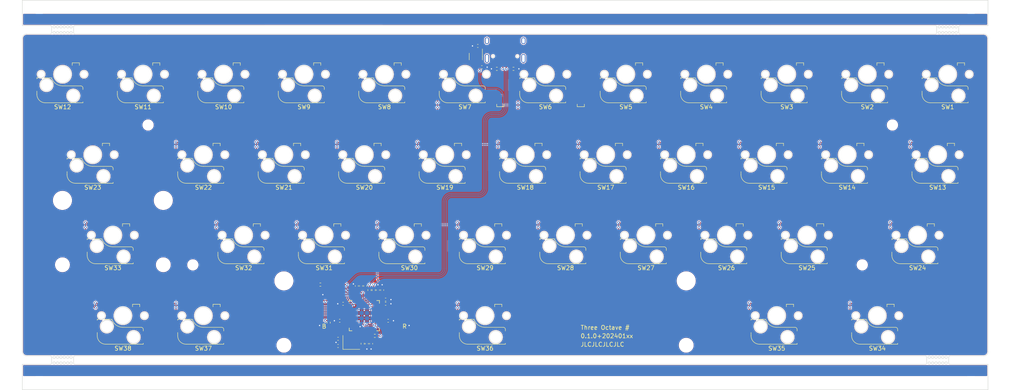
<source format=kicad_pcb>
(kicad_pcb (version 20221018) (generator pcbnew)
  (title_block (title "Three Octave #") (date "2024-01-xx") (rev "0.1.0") (comment 1 "https://github.com/takayoshiotake/three-octave-sharp-38-key-keyboard"))
  (layers (0 "F.Cu" signal) (31 "B.Cu" signal) (34 "B.Paste" user) (35 "F.Paste" user) (36 "B.SilkS" user "B.Silkscreen") (37 "F.SilkS" user "F.Silkscreen") (38 "B.Mask" user) (39 "F.Mask" user) (44 "Edge.Cuts" user))
  (net 0 "")
  (net 1 "Net-(U1-XIN)")
  (net 2 "GND")
  (net 3 "Net-(C2-Pad1)")
  (net 4 "+3V3")
  (net 5 "+1V1")
  (net 6 "+5V")
  (net 7 "Net-(J1-CC1)")
  (net 8 "Net-(J1-D+-PadA6)")
  (net 9 "Net-(J1-D--PadA7)")
  (net 11 "Net-(J1-CC2)")
  (net 13 "ROW0")
  (net 14 "ROW1")
  (net 15 "ROW2")
  (net 16 "ROW3")
  (net 17 "COL0")
  (net 18 "COL1")
  (net 19 "COL2")
  (net 20 "COL3")
  (net 21 "COL4")
  (net 22 "COL5")
  (net 23 "COL6")
  (net 24 "COL7")
  (net 25 "Net-(U1-RUN)")
  (net 26 "Net-(U1-XOUT)")
  (net 27 "QSPI_SS_N")
  (net 28 "Net-(R4-Pad2)")
  (net 29 "D+")
  (net 30 "D-")
  (net 31 "~{RESET}")
  (net 33 "~{USB_BOOT}")
  (net 44 "Net-(U1-QSPI_SD3)")
  (net 45 "Net-(U1-QSPI_SCLK)")
  (net 46 "Net-(U1-QSPI_SD0)")
  (net 47 "Net-(U1-QSPI_SD2)")
  (net 48 "Net-(U1-QSPI_SD1)")
  (net 52 "Net-(D1-A)")
  (net 53 "Net-(D2-A)")
  (net 54 "Net-(D3-A)")
  (net 55 "Net-(D4-A)")
  (net 56 "Net-(D5-A)")
  (net 57 "Net-(D6-A)")
  (net 58 "Net-(D7-A)")
  (net 59 "Net-(D8-A)")
  (net 60 "Net-(D9-A)")
  (net 61 "Net-(D10-A)")
  (net 62 "Net-(D11-A)")
  (net 63 "Net-(D12-A)")
  (net 64 "Net-(D13-A)")
  (net 65 "Net-(D14-A)")
  (net 66 "Net-(D15-A)")
  (net 67 "Net-(D16-A)")
  (net 68 "Net-(D17-A)")
  (net 69 "Net-(D18-A)")
  (net 70 "Net-(D19-A)")
  (net 71 "Net-(D20-A)")
  (net 72 "Net-(D21-A)")
  (net 73 "Net-(D22-A)")
  (net 74 "Net-(D23-A)")
  (net 75 "Net-(D24-A)")
  (net 76 "Net-(D25-A)")
  (net 77 "Net-(D26-A)")
  (net 78 "Net-(D27-A)")
  (net 79 "Net-(D28-A)")
  (net 80 "Net-(D29-A)")
  (net 81 "Net-(D30-A)")
  (net 82 "Net-(D31-A)")
  (net 83 "Net-(D32-A)")
  (net 84 "Net-(D33-A)")
  (net 85 "Net-(D34-A)")
  (net 86 "Net-(D35-A)")
  (net 87 "Net-(D36-A)")
  (net 88 "Net-(D37-A)")
  (net 89 "Net-(D38-A)")
  (net 90 "COL8")
  (net 91 "COL9")
  (net 92 "COL10")
  (net 93 "COL11")
  (footprint "Capacitor_SMD:C_0402_1005Metric" (layer "F.Cu") (at 115.1725 96.45)
    (fp_text reference "C8" hide)
    (fp_text value "0.1uF" hide)
  )
  (footprint "Project_Library:D_SOD-323F" (layer "F.Cu") (at 117.4275 36.9 -90)
    (fp_text reference "D8" hide)
    (fp_text value "1N4148WS" hide)
  )
  (footprint "Project_Library:Hot_Swap_Socket_CPG151101S11" (layer "F.Cu") (at 56.515 41.91)
    (fp_text reference "SW11")
    (fp_text value "Key P")
    (fp_circle (center -4.445 -3.81) (end -5.32 -3.81) (stroke (width 0.12)) (fill none) (layer "Edge.Cuts"))
    (fp_circle (center -3.175 -1.27) (end -4.675 -1.27) (stroke (width 0.12)) (fill none) (layer "Edge.Cuts"))
    (fp_circle (center 0.635 -3.81) (end -1.415 -3.81) (stroke (width 0.12)) (fill none) (layer "Edge.Cuts"))
    (fp_circle (center 3.175 1.27) (end 1.675 1.27) (stroke (width 0.12)) (fill none) (layer "Edge.Cuts"))
    (fp_circle (center 5.715 -3.81) (end 4.84 -3.81) (stroke (width 0.12)) (fill none) (layer "Edge.Cuts"))
  )
  (footprint "Project_Library:Hot_Swap_Socket_CPG151101S11" (layer "F.Cu") (at 185.1025 60.96)
    (fp_text reference "SW16")
    (fp_text value "Key D")
    (fp_circle (center -4.445 -3.81) (end -5.32 -3.81) (stroke (width 0.12)) (fill none) (layer "Edge.Cuts"))
    (fp_circle (center -3.175 -1.27) (end -4.675 -1.27) (stroke (width 0.12)) (fill none) (layer "Edge.Cuts"))
    (fp_circle (center 0.635 -3.81) (end -1.415 -3.81) (stroke (width 0.12)) (fill none) (layer "Edge.Cuts"))
    (fp_circle (center 3.175 1.27) (end 1.675 1.27) (stroke (width 0.12)) (fill none) (layer "Edge.Cuts"))
    (fp_circle (center 5.715 -3.81) (end 4.84 -3.81) (stroke (width 0.12)) (fill none) (layer "Edge.Cuts"))
  )
  (footprint "Fiducial:Fiducial_1mm_Mask2mm" (layer "F.Cu") (at 253.175 24.575 180)
    (fp_text reference "REF**" hide)
    (fp_text value "Fiducial_1mm_Mask2mm")
  )
  (footprint "Capacitor_SMD:C_0402_1005Metric" (layer "F.Cu") (at 114.5725 92.44)
    (fp_text reference "C9" hide)
    (fp_text value "0.1uF" hide)
  )
  (footprint "Capacitor_SMD:C_0402_1005Metric" (layer "F.Cu") (at 111.1375 101.885 -90)
    (fp_text reference "C13" hide)
    (fp_text value "0.1uF" hide)
  )
  (footprint "Capacitor_SMD:C_0402_1005Metric" (layer "F.Cu") (at 112.7575 89.195 90)
    (fp_text reference "C4" hide)
    (fp_text value "1uF" hide)
  )
  (footprint "Project_Library:Hot_Swap_Socket_CPG151101S11" (layer "F.Cu") (at 137.4775 80.01)
    (fp_text reference "SW29")
    (fp_text value "Key B")
    (fp_circle (center -4.445 -3.81) (end -5.32 -3.81) (stroke (width 0.12)) (fill none) (layer "Edge.Cuts"))
    (fp_circle (center -3.175 -1.27) (end -4.675 -1.27) (stroke (width 0.12)) (fill none) (layer "Edge.Cuts"))
    (fp_circle (center 0.635 -3.81) (end -1.415 -3.81) (stroke (width 0.12)) (fill none) (layer "Edge.Cuts"))
    (fp_circle (center 3.175 1.27) (end 1.675 1.27) (stroke (width 0.12)) (fill none) (layer "Edge.Cuts"))
    (fp_circle (center 5.715 -3.81) (end 4.84 -3.81) (stroke (width 0.12)) (fill none) (layer "Edge.Cuts"))
  )
  (footprint "Capacitor_SMD:C_0402_1005Metric" (layer "F.Cu") (at 110.1375 101.885 -90)
    (fp_text reference "C7" hide)
    (fp_text value "0.1uF" hide)
  )
  (footprint "MountingHole:MountingHole_2.2mm_M2" (layer "F.Cu") (at 68.9375 83.225)
    (fp_text reference "REF**" hide)
    (fp_text value "MountingHole_2.2mm_M2" hide)
  )
  (footprint "Project_Library:Hot_Swap_Socket_CPG151101S11" (layer "F.Cu") (at 244.63375 60.96)
    (fp_text reference "SW13")
    (fp_text value "Key Caps")
    (fp_circle (center -4.445 -3.81) (end -5.32 -3.81) (stroke (width 0.12)) (fill none) (layer "Edge.Cuts"))
    (fp_circle (center -3.175 -1.27) (end -4.675 -1.27) (stroke (width 0.12)) (fill none) (layer "Edge.Cuts"))
    (fp_circle (center 0.635 -3.81) (end -1.415 -3.81) (stroke (width 0.12)) (fill none) (layer "Edge.Cuts"))
    (fp_circle (center 3.175 1.27) (end 1.675 1.27) (stroke (width 0.12)) (fill none) (layer "Edge.Cuts"))
    (fp_circle (center 5.715 -3.81) (end 4.84 -3.81) (stroke (width 0.12)) (fill none) (layer "Edge.Cuts"))
  )
  (footprint "Resistor_SMD:R_0402_1005Metric" (layer "F.Cu") (at 144.845 36.815)
    (fp_text reference "R8" hide)
    (fp_text value "5.1K" hide)
  )
  (footprint "Resistor_SMD:R_0402_1005Metric" (layer "F.Cu") (at 109.1375 101.885 -90)
    (fp_text reference "R2" hide)
    (fp_text value "1K" hide)
  )
  (footprint "Project_Library:Hot_Swap_Socket_CPG151101S11" (layer "F.Cu") (at 80.3275 80.01)
    (fp_text reference "SW32")
    (fp_text value "Key ,")
    (fp_circle (center -4.445 -3.81) (end -5.32 -3.81) (stroke (width 0.12)) (fill none) (layer "Edge.Cuts"))
    (fp_circle (center -3.175 -1.27) (end -4.675 -1.27) (stroke (width 0.12)) (fill none) (layer "Edge.Cuts"))
    (fp_circle (center 0.635 -3.81) (end -1.415 -3.81) (stroke (width 0.12)) (fill none) (layer "Edge.Cuts"))
    (fp_circle (center 3.175 1.27) (end 1.675 1.27) (stroke (width 0.12)) (fill none) (layer "Edge.Cuts"))
    (fp_circle (center 5.715 -3.81) (end 4.84 -3.81) (stroke (width 0.12)) (fill none) (layer "Edge.Cuts"))
  )
  (footprint "Project_Library:Hot_Swap_Socket_CPG151101S11" (layer "F.Cu") (at 151.765 41.91)
    (fp_text reference "SW6")
    (fp_text value "Key T")
    (fp_circle (center -4.445 -3.81) (end -5.32 -3.81) (stroke (width 0.12)) (fill none) (layer "Edge.Cuts"))
    (fp_circle (center -3.175 -1.27) (end -4.675 -1.27) (stroke (width 0.12)) (fill none) (layer "Edge.Cuts"))
    (fp_circle (center 0.635 -3.81) (end -1.415 -3.81) (stroke (width 0.12)) (fill none) (layer "Edge.Cuts"))
    (fp_circle (center 3.175 1.27) (end 1.675 1.27) (stroke (width 0.12)) (fill none) (layer "Edge.Cuts"))
    (fp_circle (center 5.715 -3.81) (end 4.84 -3.81) (stroke (width 0.12)) (fill none) (layer "Edge.Cuts"))
  )
  (footprint "Project_Library:D_SOD-323F" (layer "F.Cu") (at 41.2275 36.9 -90)
    (fp_text reference "D12" hide)
    (fp_text value "1N4148WS" hide)
  )
  (footprint "Project_Library:D_SOD-323F" (layer "F.Cu") (at 243.63375 75 -90)
    (fp_text reference "D24" hide)
    (fp_text value "1N4148WS" hide)
  )
  (footprint "Project_Library:Stabilizer_2u" (layer "F.Cu") (at 50.00625 76.2 180)
    (fp_text reference "REF**" hide)
    (fp_text value "Stabilizer_2u" hide)
  )
  (footprint "Project_Library:D_SOD-323F" (layer "F.Cu") (at 226.965 55.95 -90)
    (fp_text reference "D14" hide)
    (fp_text value "1N4148WS" hide)
  )
  (footprint "Project_Library:D_SOD-323F" (layer "F.Cu") (at 141.24 94.05 -90)
    (fp_text reference "D36" hide)
    (fp_text value "1N4148WS" hide)
  )
  (footprint "Project_Library:D_SOD-323F" (layer "F.Cu") (at 212.6775 36.9 -90)
    (fp_text reference "D3" hide)
    (fp_text value "1N4148WS" hide)
  )
  (footprint "Project_Library:Hot_Swap_Socket_CPG151101S11" (layer "F.Cu") (at 189.865 41.91)
    (fp_text reference "SW4")
    (fp_text value "Key E")
    (fp_circle (center -4.445 -3.81) (end -5.32 -3.81) (stroke (width 0.12)) (fill none) (layer "Edge.Cuts"))
    (fp_circle (center -3.175 -1.27) (end -4.675 -1.27) (stroke (width 0.12)) (fill none) (layer "Edge.Cuts"))
    (fp_circle (center 0.635 -3.81) (end -1.415 -3.81) (stroke (width 0.12)) (fill none) (layer "Edge.Cuts"))
    (fp_circle (center 3.175 1.27) (end 1.675 1.27) (stroke (width 0.12)) (fill none) (layer "Edge.Cuts"))
    (fp_circle (center 5.715 -3.81) (end 4.84 -3.81) (stroke (width 0.12)) (fill none) (layer "Edge.Cuts"))
  )
  (footprint "Project_Library:Hot_Swap_Socket_CPG151101S11" (layer "F.Cu") (at 118.4275 80.01)
    (fp_text reference "SW30")
    (fp_text value "Key N")
    (fp_circle (center -4.445 -3.81) (end -5.32 -3.81) (stroke (width 0.12)) (fill none) (layer "Edge.Cuts"))
    (fp_circle (center -3.175 -1.27) (end -4.675 -1.27) (stroke (width 0.12)) (fill none) (layer "Edge.Cuts"))
    (fp_circle (center 0.635 -3.81) (end -1.415 -3.81) (stroke (width 0.12)) (fill none) (layer "Edge.Cuts"))
    (fp_circle (center 3.175 1.27) (end 1.675 1.27) (stroke (width 0.12)) (fill none) (layer "Edge.Cuts"))
    (fp_circle (center 5.715 -3.81) (end 4.84 -3.81) (stroke (width 0.12)) (fill none) (layer "Edge.Cuts"))
  )
  (footprint "Project_Library:Hot_Swap_Socket_CPG151101S11" (layer "F.Cu") (at 108.9025 60.96)
    (fp_text reference "SW20")
    (fp_text value "Key J")
    (fp_circle (center -4.445 -3.81) (end -5.32 -3.81) (stroke (width 0.12)) (fill none) (layer "Edge.Cuts"))
    (fp_circle (center -3.175 -1.27) (end -4.675 -1.27) (stroke (width 0.12)) (fill none) (layer "Edge.Cuts"))
    (fp_circle (center 0.635 -3.81) (end -1.415 -3.81) (stroke (width 0.12)) (fill none) (layer "Edge.Cuts"))
    (fp_circle (center 3.175 1.27) (end 1.675 1.27) (stroke (width 0.12)) (fill none) (layer "Edge.Cuts"))
    (fp_circle (center 5.715 -3.81) (end 4.84 -3.81) (stroke (width 0.12)) (fill none) (layer "Edge.Cuts"))
  )
  (footprint "Project_Library:Hot_Swap_Socket_CPG151101S11" (layer "F.Cu") (at 147.0025 60.96)
    (fp_text reference "SW18")
    (fp_text value "Key G")
    (fp_circle (center -4.445 -3.81) (end -5.32 -3.81) (stroke (width 0.12)) (fill none) (layer "Edge.Cuts"))
    (fp_circle (center -3.175 -1.27) (end -4.675 -1.27) (stroke (width 0.12)) (fill none) (layer "Edge.Cuts"))
    (fp_circle (center 0.635 -3.81) (end -1.415 -3.81) (stroke (width 0.12)) (fill none) (layer "Edge.Cuts"))
    (fp_circle (center 3.175 1.27) (end 1.675 1.27) (stroke (width 0.12)) (fill none) (layer "Edge.Cuts"))
    (fp_circle (center 5.715 -3.81) (end 4.84 -3.81) (stroke (width 0.12)) (fill none) (layer "Edge.Cuts"))
  )
  (footprint "Capacitor_SMD:C_0402_1005Metric" (layer "F.Cu") (at 114.5725 91.44)
    (fp_text reference "C10" hide)
    (fp_text value "0.1uF" hide)
  )
  (footprint "Project_Library:Hot_Swap_Socket_CPG151101S11" (layer "F.Cu") (at 175.5775 80.01)
    (fp_text reference "SW27")
    (fp_text value "Key C")
    (fp_circle (center -4.445 -3.81) (end -5.32 -3.81) (stroke (width 0.12)) (fill none) (layer "Edge.Cuts"))
    (fp_circle (center -3.175 -1.27) (end -4.675 -1.27) (stroke (width 0.12)) (fill none) (layer "Edge.Cuts"))
    (fp_circle (center 0.635 -3.81) (end -1.415 -3.81) (stroke (width 0.12)) (fill none) (layer "Edge.Cuts"))
    (fp_circle (center 3.175 1.27) (end 1.675 1.27) (stroke (width 0.12)) (fill none) (layer "Edge.Cuts"))
    (fp_circle (center 5.715 -3.81) (end 4.84 -3.81) (stroke (width 0.12)) (fill none) (layer "Edge.Cuts"))
  )
  (footprint "Project_Library:Tactile_Switch_SKRP_Series" (layer "F.Cu") (at 119.0625 100.675 -90)
    (fp_text reference "SW_R1" hide)
    (fp_text value "Alps_Alpine_SKRP" hide)
  )
  (footprint "Project_Library:D_SOD-323F" (layer "F.Cu") (at 193.6275 36.9 -90)
    (fp_text reference "D4" hide)
    (fp_text value "1N4148WS" hide)
  )
  (footprint "Project_Library:Hot_Swap_Socket_CPG151101S11" (layer "F.Cu") (at 223.2025 60.96)
    (fp_text reference "SW14")
    (fp_text value "Key A")
    (fp_circle (center -4.445 -3.81) (end -5.32 -3.81) (stroke (width 0.12)) (fill none) (layer "Edge.Cuts"))
    (fp_circle (center -3.175 -1.27) (end -4.675 -1.27) (stroke (width 0.12)) (fill none) (layer "Edge.Cuts"))
    (fp_circle (center 0.635 -3.81) (end -1.415 -3.81) (stroke (width 0.12)) (fill none) (layer "Edge.Cuts"))
    (fp_circle (center 3.175 1.27) (end 1.675 1.27) (stroke (width 0.12)) (fill none) (layer "Edge.Cuts"))
    (fp_circle (center 5.715 -3.81) (end 4.84 -3.81) (stroke (width 0.12)) (fill none) (layer "Edge.Cuts"))
  )
  (footprint "Project_Library:Hot_Swap_Socket_CPG151101S11" (layer "F.Cu") (at 213.6775 80.01)
    (fp_text reference "SW25")
    (fp_text value "Key Z")
    (fp_circle (center -4.445 -3.81) (end -5.32 -3.81) (stroke (width 0.12)) (fill none) (layer "Edge.Cuts"))
    (fp_circle (center -3.175 -1.27) (end -4.675 -1.27) (stroke (width 0.12)) (fill none) (layer "Edge.Cuts"))
    (fp_circle (center 0.635 -3.81) (end -1.415 -3.81) (stroke (width 0.12)) (fill none) (layer "Edge.Cuts"))
    (fp_circle (center 3.175 1.27) (end 1.675 1.27) (stroke (width 0.12)) (fill none) (layer "Edge.Cuts"))
    (fp_circle (center 5.715 -3.81) (end 4.84 -3.81) (stroke (width 0.12)) (fill none) (layer "Edge.Cuts"))
  )
  (footprint "Project_Library:D_SOD-323F" (layer "F.Cu") (at 79.3275 36.9 -90)
    (fp_text reference "D10" hide)
    (fp_text value "1N4148WS" hide)
  )
  (footprint "Project_Library:D_SOD-323F" (layer "F.Cu") (at 160.29 75 -90)
    (fp_text reference "D28" hide)
    (fp_text value "1N4148WS" hide)
  )
  (footprint "Resistor_SMD:R_0402_1005Metric" (layer "F.Cu") (at 112.0175 100.025 180)
    (fp_text reference "R1" hide)
    (fp_text value "10K" hide)
  )
  (footprint "Project_Library:D_SOD-323F" (layer "F.Cu") (at 231.7275 36.9 -90)
    (fp_text reference "D2" hide)
    (fp_text value "1N4148WS" hide)
  )
  (footprint "Project_Library:Hot_Swap_Socket_CPG151101S11" (layer "F.Cu") (at 170.815 41.91)
    (fp_text reference "SW5")
    (fp_text value "Key R")
    (fp_circle (center -4.445 -3.81) (end -5.32 -3.81) (stroke (width 0.12)) (fill none) (layer "Edge.Cuts"))
    (fp_circle (center -3.175 -1.27) (end -4.675 -1.27) (stroke (width 0.12)) (fill none) (layer "Edge.Cuts"))
    (fp_circle (center 0.635 -3.81) (end -1.415 -3.81) (stroke (width 0.12)) (fill none) (layer "Edge.Cuts"))
    (fp_circle (center 3.175 1.27) (end 1.675 1.27) (stroke (width 0.12)) (fill none) (layer "Edge.Cuts"))
    (fp_circle (center 5.715 -3.81) (end 4.84 -3.81) (stroke (width 0.12)) (fill none) (layer "Edge.Cuts"))
  )
  (footprint "Crystal:Crystal_SMD_3225-4Pin_3.2x2.5mm" (layer "F.Cu") (at 106.47 101.575)
    (fp_text reference "Y1" hide)
    (fp_text value "12MHz" hide)
  )
  (footprint "MountingHole:MountingHole_2.2mm_M2" (layer "F.Cu") (at 227.409375 83.225)
    (fp_text reference "REF**" hide)
    (fp_text value "MountingHole_2.2mm_M2" hide)
  )
  (footprint "Fiducial:Fiducial_1mm_Mask2mm" (layer "F.Cu") (at 32.575 108.775)
    (fp_text reference "REF**" hide)
    (fp_text value "Fiducial_1mm_Mask2mm")
  )
  (footprint "Project_Library:D_SOD-323F" (layer "F.Cu") (at 174.5775 36.9 -90)
    (fp_text reference "D5" hide)
    (fp_text value "1N4148WS" hide)
  )
  (footprint "Project_Library:D_SOD-323F" (layer "F.Cu") (at 48.37125 55.95 -90)
    (fp_text reference "D23" hide)
    (fp_text value "1N4148WS" hide)
  )
  (footprint "Capacitor_SMD:C_0402_1005Metric" (layer "F.Cu") (at 103.7025 96.45 180)
    (fp_text reference "C6" hide)
    (fp_text value "0.1uF" hide)
  )
  (footprint "Project_Library:D_SOD-323F" (layer "F.Cu") (at 150.765 55.95 -90)
    (fp_text reference "D18" hide)
    (fp_text value "1N4148WS" hide)
  )
  (footprint "Project_Library:Hot_Swap_Socket_CPG151101S11" (layer "F.Cu") (at 194.6275 80.01)
    (fp_text reference "SW26")
    (fp_text value "Key X")
    (fp_circle (center -4.445 -3.81) (end -5.32 -3.81) (stroke (width 0.12)) (fill none) (layer "Edge.Cuts"))
    (fp_circle (center -3.175 -1.27) (end -4.675 -1.27) (stroke (width 0.12)) (fill none) (layer "Edge.Cuts"))
    (fp_circle (center 0.635 -3.81) (end -1.415 -3.81) (stroke (width 0.12)) (fill none) (layer "Edge.Cuts"))
    (fp_circle (center 3.175 1.27) (end 1.675 1.27) (stroke (width 0.12)) (fill none) (layer "Edge.Cuts"))
    (fp_circle (center 5.715 -3.81) (end 4.84 -3.81) (stroke (width 0.12)) (fill none) (layer "Edge.Cuts"))
  )
  (footprint "Resistor_SMD:R_0402_1005Metric" (layer "F.Cu") (at 110.7575 89.195 90)
    (fp_text reference "R5" hide)
    (fp_text value "27" hide)
  )
  (footprint "Project_Library:D_SOD-323F" (layer "F.Cu") (at 207.915 55.95 -90)
    (fp_text reference "D15" hide)
    (fp_text value "1N4148WS" hide)
  )
  (footprint "Resistor_SMD:R_0402_1005Metric" (layer "F.Cu") (at 101.0875 96.895 -90)
    (fp_text reference "R4" hide)
    (fp_text value "1K" hide)
  )
  (footprint "Project_Library:D_SOD-323F" (layer "F.Cu") (at 250.7775 36.9 -90)
    (fp_text reference "D1" hide)
    (fp_text value "1N4148WS" hide)
  )
  (footprint "Project_Library:D_SOD-323F" (layer "F.Cu") (at 210.29625 94.05 -90)
    (fp_text reference "D35" hide)
    (fp_text value "1N4148WS" hide)
  )
  (footprint "Project_Library:RP2040_QFN-56" (layer "F.Cu") (at 109.5375 95.25)
    (fp_text reference "U1" hide)
    (fp_text value "Raspberry_Pi_RP2040" hide)
  )
  (footprint "Project_Library:Hot_Swap_Socket_CPG151101S11" (layer "F.Cu") (at 94.615 41.91)
    (fp_text reference "SW9")
    (fp_text value "Key I")
    (fp_circle (center -4.445 -3.81) (end -5.32 -3.81) (stroke (width 0.12)) (fill none) (layer "Edge.Cuts"))
    (fp_circle (center -3.175 -1.27) (end -4.675 -1.27) (stroke (width 0.12)) (fill none) (layer "Edge.Cuts"))
    (fp_circle (center 0.635 -3.81) (end -1.415 -3.81) (stroke (width 0.12)) (fill none) (layer "Edge.Cuts"))
    (fp_circle (center 3.175 1.27) (end 1.675 1.27) (stroke (width 0.12)) (fill none) (layer "Edge.Cuts"))
    (fp_circle (center 5.715 -3.81) (end 4.84 -3.81) (stroke (width 0.12)) (fill none) (layer "Edge.Cuts"))
  )
  (footprint "Project_Library:D_SOD-323F" (layer "F.Cu") (at 122.19 75 -90)
    (fp_text reference "D30" hide)
    (fp_text value "1N4148WS" hide)
  )
  (footprint "MountingHole:MountingHole_2.2mm_M2" (layer "F.Cu") (at 234.553125 50.115)
    (fp_text reference "REF**" hide)
    (fp_text value "MountingHole_2.2mm_M2" hide)
  )
  (footprint "Project_Library:D_SOD-323F" (layer "F.Cu") (at 103.14 75 -90)
    (fp_text reference "D31" hide)
    (fp_text value "1N4148WS" hide)
  )
  (footprint "Project_Library:Hot_Swap_Socket_CPG151101S11" (layer "F.Cu") (at 206.53375 99.06)
    (fp_text reference "SW35")
    (fp_text value "Key Cmd")
    (fp_circle (center -4.445 -3.81) (end -5.32 -3.81) (stroke (width 0.12)) (fill none) (layer "Edge.Cuts"))
    (fp_circle (center -3.175 -1.27) (end -4.675 -1.27) (stroke (width 0.12)) (fill none) (layer "Edge.Cuts"))
    (fp_circle (center 0.635 -3.81) (end -1.415 -3.81) (stroke (width 0.12)) (fill none) (layer "Edge.Cuts"))
    (fp_circle (center 3.175 1.27) (end 1.675 1.27) (stroke (width 0.12)) (fill none) (layer "Edge.Cuts"))
    (fp_circle (center 5.715 -3.81) (end 4.84 -3.81) (stroke (width 0.12)) (fill none) (layer "Edge.Cuts"))
  )
  (footprint "Capacitor_SMD:C_0402_1005Metric" (layer "F.Cu") (at 108.7575 88.215 90)
    (fp_text reference "C12" hide)
    (fp_text value "0.1uF" hide)
  )
  (footprint "Project_Library:D_SOD-323F" (layer "F.Cu") (at 217.44 75 -90)
    (fp_text reference "D25" hide)
    (fp_text value "1N4148WS" hide)
  )
  (footprint "Project_Library:D_SOD-323F" (layer "F.Cu") (at 234.10875 94.05 -90)
    (fp_text reference "D34" hide)
    (fp_text value "1N4148WS" hide)
  )
  (footprint "Resistor_SMD:R_0402_1005Metric" (layer "F.Cu") (at 111.7575 89.195 90)
    (fp_text reference "R6" hide)
    (fp_text value "27" hide)
  )
  (footprint "Project_Library:D_SOD-323F" (layer "F.Cu") (at 131.715 55.95 -90)
    (fp_text reference "D19" hide)
    (fp_text value "1N4148WS" hide)
  )
  (footprint "Project_Library:D_SOD-323F" (layer "F.Cu") (at 74.565 55.95 -90)
    (fp_text reference "D22" hide)
    (fp_text value "1N4148WS" hide)
  )
  (footprint "Capacitor_SMD:C_0402_1005Metric" (layer "F.Cu") (at 109.7575 88.215 90)
    (fp_text reference "C11" hide)
    (fp_text value "0.1uF" hide)
  )
  (footprint "Project_Library:Hot_Swap_Socket_CPG151101S11" (layer "F.Cu") (at 227.965 41.91)
    (fp_text reference "SW2")
    (fp_text value "Key Q")
    (fp_circle (center -4.445 -3.81) (end -5.32 -3.81) (stroke (width 0.12)) (fill none) (layer "Edge.Cuts"))
    (fp_circle (center -3.175 -1.27) (end -4.675 -1.27) (stroke (width 0.12)) (fill none) (layer "Edge.Cuts"))
    (fp_circle (center 0.635 -3.81) (end -1.415 -3.81) (stroke (width 0.12)) (fill none) (layer "Edge.Cuts"))
    (fp_circle (center 3.175 1.27) (end 1.675 1.27) (stroke (width 0.12)) (fill none) (layer "Edge.Cuts"))
    (fp_circle (center 5.715 -3.81) (end 4.84 -3.81) (stroke (width 0.12)) (fill none) (layer "Edge.Cuts"))
  )
  (footprint "Project_Library:D_SOD-323F" (layer "F.Cu") (at 179.34 75 -90)
    (fp_text reference "D27" hide)
    (fp_text value "1N4148WS" hide)
  )
  (footprint "Project_Library:Hot_Swap_Socket_CPG151101S11" (layer "F.Cu") (at 75.565 41.91)
    (fp_text reference "SW10")
    (fp_text value "Key O")
    (fp_circle (center -4.445 -3.81) (end -5.32 -3.81) (stroke (width 0.12)) (fill none) (layer "Edge.Cuts"))
    (fp_circle (center -3.175 -1.27) (end -4.675 -1.27) (stroke (width 0.12)) (fill none) (layer "Edge.Cuts"))
    (fp_circle (center 0.635 -3.81) (end -1.415 -3.81) (stroke (width 0.12)) (fill none) (layer "Edge.Cuts"))
    (fp_circle (center 3.175 1.27) (end 1.675 1.27) (stroke (width 0.12)) (fill none) (layer "Edge.Cuts"))
    (fp_circle (center 5.715 -3.81) (end 4.84 -3.81) (stroke (width 0.12)) (fill none) (layer "Edge.Cuts"))
  )
  (footprint "Project_Library:D_SOD-323F" (layer "F.Cu") (at 112.665 55.95 -90)
    (fp_text reference "D20" hide)
    (fp_text value "1N4148WS" hide)
  )
  (footprint "Project_Library:Hot_Swap_Socket_CPG151101S11" (layer "F.Cu") (at 247.015 41.91)
    (fp_text reference "SW1")
    (fp_text value "Key Tab")
    (fp_circle (center -4.445 -3.81) (end -5.32 -3.81) (stroke (width 0.12)) (fill none) (layer "Edge.Cuts"))
    (fp_circle (center -3.175 -1.27) (end -4.675 -1.27) (stroke (width 0.12)) (fill none) (layer "Edge.Cuts"))
    (fp_circle (center 0.635 -3.81) (end -1.415 -3.81) (stroke (width 0.12)) (fill none) (layer "Edge.Cuts"))
    (fp_circle (center 3.175 1.27) (end 1.675 1.27) (stroke (width 0.12)) (fill none) (layer "Edge.Cuts"))
    (fp_circle (center 5.715 -3.81) (end 4.84 -3.81) (stroke (width 0.12)) (fill none) (layer "Edge.Cuts"))
  )
  (footprint "Project_Library:D_SOD-323F" (layer "F.Cu") (at 141.24 75 -90)
    (fp_text reference "D29" hide)
    (fp_text value "1N4148WS" hide)
  )
  (footprint "Project_Library:D_SOD-323F" (layer "F.Cu") (at 93.615 55.95 -90)
    (fp_text reference "D21" hide)
    (fp_text value "1N4148WS" hide)
  )
  (footprint "Capacitor_SMD:C_0402_1005Metric" (layer "F.Cu") (at 103.31 100.725 180)
    (fp_text reference "C1" hide)
    (fp_text value "30pF" hide)
  )
  (footprint "Resistor_SMD:R_0402_1005Metric" (layer "F.Cu") (at 99.129 87.895)
    (fp_text reference "R3" hide)
    (fp_text value "10K" hide)
  )
  (footprint "Capacitor_SMD:C_0402_1005Metric" (layer "F.Cu") (at 104.5025 92.44 180)
    (fp_text reference "C5" hide)
    (fp_text value "0.1uF" hide)
  )
  (footprint "Project_Library:D_SOD-323F" (layer "F.Cu") (at 141.725 44.28 90)
    (fp_text reference "D7" hide)
    (fp_text value "1N4148WS" hide)
  )
  (footprint "Project_Library:D_SOD-323F" (layer "F.Cu") (at 188.865 55.95 -90)
    (fp_text reference "D16" hide)
    (fp_text value "1N4148WS" hide)
  )
  (footprint "Project_Library:Hot_Swap_Socket_CPG151101S11" (layer "F.Cu") (at 89.8525 60.96)
    (fp_text reference "SW21")
    (fp_text value "Key K")
    (fp_circle (center -4.445 -3.81) (end -5.32 -3.81) (stroke (width 0.12)) (fill none) (layer "Edge.Cuts"))
    (fp_circle (center -3.175 -1.27) (end -4.675 -1.27) (stroke (width 0.12)) (fill none) (layer "Edge.Cuts"))
    (fp_circle (center 0.635 -3.81) (end -1.415 -3.81) (stroke (width 0.12)) (fill none) (layer "Edge.Cuts"))
    (fp_circle (center 3.175 1.27) (end 1.675 1.27) (stroke (width 0.12)) (fill none) (layer "Edge.Cuts"))
    (fp_circle (center 5.715 -3.81) (end 4.84 -3.81) (stroke (width 0.12)) (fill none) (layer "Edge.Cuts"))
  )
  (footprint "Project_Library:Hot_Swap_Socket_CPG151101S11" (layer "F.Cu") (at 37.465 41.91)
    (fp_text reference "SW12")
    (fp_text value "Key BS")
    (fp_circle (center -4.445 -3.81) (end -5.32 -3.81) (stroke (width 0.12)) (fill none) (layer "Edge.Cuts"))
    (fp_circle (center -3.175 -1.27) (end -4.675 -1.27) (stroke (width 0.12)) (fill none) (layer "Edge.Cuts"))
    (fp_circle (center 0.635 -3.81) (end -1.415 -3.81) (stroke (width 0.12)) (fill none) (layer "Edge.Cuts"))
    (fp_circle (center 3.175 1.27) (end 1.675 1.27) (stroke (width 0.12)) (fill none) (layer "Edge.Cuts"))
    (fp_circle (center 5.715 -3.81) (end 4.84 -3.81) (stroke (width 0.12)) (fill none) (layer "Edge.Cuts"))
  )
  (footprint "Project_Library:Hot_Swap_Socket_CPG151101S11" (layer "F.Cu") (at 51.7525 99.06)
    (fp_text reference "SW38")
    (fp_text value "Key Fn")
    (fp_circle (center -4.445 -3.81) (end -5.32 -3.81) (stroke (width 0.12)) (fill none) (layer "Edge.Cuts"))
    (fp_circle (center -3.175 -1.27) (end -4.675 -1.27) (stroke (width 0.12)) (fill none) (layer "Edge.Cuts"))
    (fp_circle (center 0.635 -3.81) (end -1.415 -3.81) (stroke (width 0.12)) (fill none) (layer "Edge.Cuts"))
    (fp_circle (center 3.175 1.27) (end 1.675 1.27) (stroke (width 0.12)) (fill none) (layer "Edge.Cuts"))
    (fp_circle (center 5.715 -3.81) (end 4.84 -3.81) (stroke (width 0.12)) (fill none) (layer "Edge.Cuts"))
  )
  (footprint "Capacitor_SMD:C_0402_1005Metric" (layer "F.Cu") (at 113.7575 89.195 90)
    (fp_text reference "C3" hide)
    (fp_text value "1uF" hide)
  )
  (footprint "Project_Library:Hot_Swap_Socket_CPG151101S11" (layer "F.Cu") (at 230.34625 99.06)
    (fp_text reference "SW34")
    (fp_text value "Key Ctrl")
    (fp_circle (center -4.445 -3.81) (end -5.32 -3.81) (stroke (width 0.12)) (fill none) (layer "Edge.Cuts"))
    (fp_circle (center -3.175 -1.27) (end -4.675 -1.27) (stroke (width 0.12)) (fill none) (layer "Edge.Cuts"))
    (fp_circle (center 0.635 -3.81) (end -1.415 -3.81) (stroke (width 0.12)) (fill none) (layer "Edge.Cuts"))
    (fp_circle (center 3.175 1.27) (end 1.675 1.27) (stroke (width 0.12)) (fill none) (layer "Edge.Cuts"))
    (fp_circle (center 5.715 -3.81) (end 4.84 -3.81) (stroke (width 0.12)) (fill none) (layer "Edge.Cuts"))
  )
  (footprint "Project_Library:Hot_Swap_Socket_CPG151101S11" (layer "F.Cu") (at 137.4775 99.06)
    (fp_text reference "SW36")
    (fp_text value "Key Space")
    (fp_circle (center -4.445 -3.81) (end -5.32 -3.81) (stroke (width 0.12)) (fill none) (layer "Edge.Cuts"))
    (fp_circle (center -3.175 -1.27) (end -4.675 -1.27) (stroke (width 0.12)) (fill none) (layer "Edge.Cuts"))
    (fp_circle (center 0.635 -3.81) (end -1.415 -3.81) (stroke (width 0.12)) (fill none) (layer "Edge.Cuts"))
    (fp_circle (center 3.175 1.27) (end 1.675 1.27) (stroke (width 0.12)) (fill none) (layer "Edge.Cuts"))
    (fp_circle (center 5.715 -3.81) (end 4.84 -3.81) (stroke (width 0.12)) (fill none) (layer "Edge.Cuts"))
  )
  (footprint "Project_Library:HRO_TYPE-C-31-M-12" (layer "F.Cu") (at 142.875 32.7175 180)
    (fp_text reference "J1" hide)
    (fp_text value "HRO_TYPE-C-31-M-12" hide)
    (fp_circle (center -2.89 -1.1025) (end -2.565 -1.1025) (stroke (width 0.12)) (fill none) (layer "Edge.Cuts"))
    (fp_circle (center 2.89 -1.1025) (end 3.215 -1.1025) (stroke (width 0.12)) (fill none) (layer "Edge.Cuts"))
  )
  (footprint "Project_Library:Hot_Swap_Socket_CPG151101S11" (layer "F.Cu") (at 113.665 41.91)
    (fp_text reference "SW8")
    (fp_text value "Key U")
    (fp_circle (center -4.445 -3.81) (end -5.32 -3.81) (stroke (width 0.12)) (fill none) (layer "Edge.Cuts"))
    (fp_circle (center -3.175 -1.27) (end -4.675 -1.27) (stroke (width 0.12)) (fill none) (layer "Edge.Cuts"))
    (fp_circle (center 0.635 -3.81) (end -1.415 -3.81) (stroke (width 0.12)) (fill none) (layer "Edge.Cuts"))
    (fp_circle (center 3.175 1.27) (end 1.675 1.27) (stroke (width 0.12)) (fill none) (layer "Edge.Cuts"))
    (fp_circle (center 5.715 -3.81) (end 4.84 -3.81) (stroke (width 0.12)) (fill none) (layer "Edge.Cuts"))
  )
  (footprint "Fiducial:Fiducial_1mm_Mask2mm" (layer "F.Cu") (at 32.575 24.57 180)
    (fp_text reference "REF**" hide)
    (fp_text value "Fiducial_1mm_Mask2mm")
  )
  (footprint "Project_Library:D_SOD-323F" (layer "F.Cu") (at 98.3775 36.9 -90)
    (fp_text reference "D9" hide)
    (fp_text value "1N4148WS" hide)
  )
  (footprint "Fiducial:Fiducial_1mm_Mask2mm" (layer "F.Cu") (at 253.175 108.775)
    (fp_text reference "REF**" hide)
    (fp_text value "Fiducial_1mm_Mask2mm")
  )
  (footprint "Project_Library:Hot_Swap_Socket_CPG151101S11" (layer "F.Cu") (at 239.87125 80.01)
    (fp_text reference "SW24")
    (fp_text value "Key Shift")
    (fp_circle (center -4.445 -3.81) (end -5.32 -3.81) (stroke (width 0.12)) (fill none) (layer "Edge.Cuts"))
    (fp_circle (center -3.175 -1.27) (end -4.675 -1.27) (stroke (width 0.12)) (fill none) (layer "Edge.Cuts"))
    (fp_circle (center 0.635 -3.81) (end -1.415 -3.81) (stroke (width 0.12)) (fill none) (layer "Edge.Cuts"))
    (fp_circle (center 3.175 1.27) (end 1.675 1.27) (stroke (width 0.12)) (fill none) (layer "Edge.Cuts"))
    (fp_circle (center 5.715 -3.81) (end 4.84 -3.81) (stroke (width 0.12)) (fill none) (layer "Edge.Cuts"))
  )
  (footprint "MountingHole:MountingHole_2.2mm_M2" (layer "F.Cu") (at 58.340625 50.115)
    (fp_text reference "REF**" hide)
    (fp_text value "MountingHole_2.2mm_M2" hide)
  )
  (footprint "Project_Library:Hot_Swap_Socket_CPG151101S11" (layer "F.Cu") (at 127.9525 60.96)
    (fp_text reference "SW19")
    (fp_text value "Key H")
    (fp_circle (center -4.445 -3.81) (end -5.32 -3.81) (stroke (width 0.12)) (fill none) (layer "Edge.Cuts"))
    (fp_circle (center -3.175 -1.27) (end -4.675 -1.27) (stroke (width 0.12)) (fill none) (layer "Edge.Cuts"))
    (fp_circle (center 0.635 -3.81) (end -1.415 -3.81) (stroke (width 0.12)) (fill none) (layer "Edge.Cuts"))
    (fp_circle (center 3.175 1.27) (end 1.675 1.27) (stroke (width 0.12)) (fill none) (layer "Edge.Cuts"))
    (fp_circle (center 5.715 -3.81) (end 4.84 -3.81) (stroke (width 0.12)) (fill none) (layer "Edge.Cuts"))
  )
  (footprint "Capacitor_SMD:C_0402_1005Metric" (layer "F.Cu") (at 107.7575 88.215 90)
    (fp_text reference "C14" hide)
    (fp_text value "0.1uF" hide)
  )
  (footprint "Project_Library:Hot_Swap_Socket_CPG151101S11" (layer "F.Cu") (at 49.37125 80.01)
    (fp_text reference "SW33")
    (fp_text value "Key Shift")
    (fp_circle (center -4.445 -3.81) (end -5.32 -3.81) (stroke (width 0.12)) (fill none) (layer "Edge.Cuts"))
    (fp_circle (center -3.175 -1.27) (end -4.675 -1.27) (stroke (width 0.12)) (fill none) (layer "Edge.Cuts"))
    (fp_circle (center 0.635 -3.81) (end -1.415 -3.81) (stroke (width 0.12)) (fill none) (layer "Edge.Cuts"))
    (fp_circle (center 3.175 1.27) (end 1.675 1.27) (stroke (width 0.12)) (fill none) (layer "Edge.Cuts"))
    (fp_circle (center 5.715 -3.81) (end 4.84 -3.81) (stroke (width 0.12)) (fill none) (layer "Edge.Cuts"))
  )
  (footprint "Project_Library:D_SOD-323F" (layer "F.Cu") (at 60.2775 36.9 -90)
    (fp_text reference "D11" hide)
    (fp_text value "1N4148WS" hide)
  )
  (footprint "Project_Library:D_SOD-323F" (layer "F.Cu") (at 198.39 75 -90)
    (fp_text reference "D26" hide)
    (fp_text value "1N4148WS" hide)
  )
  (footprint "Resistor_SMD:R_0402_1005Metric" (layer "F.Cu") (at 140.905 36.815 180)
    (fp_text reference "R7" hide)
    (fp_text value "5.1K" hide)
  )
  (footprint "Project_Library:Hot_Swap_Socket_CPG151101S11" (layer "F.Cu") (at 44.60875 60.96)
    (fp_text reference "SW23")
    (fp_text value "Key Return")
    (fp_circle (center -4.445 -3.81) (end -5.32 -3.81) (stroke (width 0.12)) (fill none) (layer "Edge.Cuts"))
    (fp_circle (center -3.175 -1.27) (end -4.675 -1.27) (stroke (width 0.12)) (fill none) (layer "Edge.Cuts"))
    (fp_circle (center 0.635 -3.81) (end -1.415 -3.81) (stroke (width 0.12)) (fill none) (layer "Edge.Cuts"))
    (fp_circle (center 3.175 1.27) (end 1.675 1.27) (stroke (width 0.12)) (fill none) (layer "Edge.Cuts"))
    (fp_circle (center 5.715 -3.81) (end 4.84 -3.81) (stroke (width 0.12)) (fill none) (layer "Edge.Cuts"))
  )
  (footprint "Project_Library:D_SOD-323F" (layer "F.Cu") (at 248.39625 55.95 -90)
    (fp_text reference "D13" hide)
    (fp_text value "1N4148WS" hide)
  )
  (footprint "Project_Library:Hot_Swap_Socket_CPG151101S11" (layer "F.Cu") (at 208.915 41.91)
    (fp_text reference "SW3")
    (fp_text value "Key W")
    (fp_circle (center -4.445 -3.81) (end -5.32 -3.81) (stroke (width 0.12)) (fill none) (layer "Edge.Cuts"))
    (fp_circle (center -3.175 -1.27) (end -4.675 -1.27) (stroke (width 0.12)) (fill none) (layer "Edge.Cuts"))
    (fp_circle (center 0.635 -3.81) (end -1.415 -3.81) (stroke (width 0.12)) (fill none) (layer "Edge.Cuts"))
    (fp_circle (center 3.175 1.27) (end 1.675 1.27) (stroke (width 0.12)) (fill none) (layer "Edge.Cuts"))
    (fp_circle (center 5.715 -3.81) (end 4.84 -3.81) (stroke (width 0.12)) (fill none) (layer "Edge.Cuts"))
  )
  (footprint "Project_Library:SOT-23-5" (layer "F.Cu") (at 135.9215 33.905 180)
    (fp_text reference "U3" hide)
    (fp_text value "AP2112K-3.3" hide)
  )
  (footprint "Project_Library:D_SOD-323F" (layer "F.Cu") (at 53.13375 75 -90)
    (fp_text reference "D33" hide)
    (fp_text value "1N4148WS" hide)
  )
  (footprint "Capacitor_SMD:C_0402_1005Metric" (layer "F.Cu") (at 137.3565 36.415)
    (fp_text reference "C16" hide)
    (fp_text value "10uF" hide)
  )
  (footprint "Capacitor_SMD:C_0402_1005Metric" (layer "F.Cu") (at 103.31 102.425 180)
    (fp_text reference "C2" hide)
    (fp_text value "30pF" hide)
  )
  (footprint "Project_Library:Hot_Swap_Socket_CPG151101S11" (layer "F.Cu") (at 99.3775 80.01)
    (fp_text reference "SW31")
    (fp_text value "Key M")
    (fp_circle (center -4.445 -3.81) (end -5.32 -3.81) (stroke (width 0.12)) (fill none) (layer "Edge.Cuts"))
    (fp_circle (center -3.175 -1.27) (end -4.675 -1.27) (stroke (width 0.12)) (fill none) (layer "Edge.Cuts"))
    (fp_circle (center 0.635 -3.81) (end -1.415 -3.81) (stroke (width 0.12)) (fill none) (layer "Edge.Cuts"))
    (fp_circle (center 3.175 1.27) (end 1.675 1.27) (stroke (width 0.12)) (fill none) (layer "Edge.Cuts"))
    (fp_circle (center 5.715 -3.81) (end 4.84 -3.81) (stroke (width 0.12)) (fill none) (layer "Edge.Cuts"))
  )
  (footprint "Project_Library:Tactile_Switch_SKRP_Series" (layer "F.Cu") (at 100.0125 100.675 -90)
    (fp_text reference "SW_B1" hide)
    (fp_text value "Alps_Alpine_SKRP" hide)
  )
  (footprint "Project_Library:D_SOD-323F" (layer "F.Cu") (at 169.815 55.95 -90)
    (fp_text reference "D17" hide)
    (fp_text value "1N4148WS" hide)
  )
  (footprint "Project_Library:Hot_Swap_Socket_CPG151101S11" (layer "F.Cu") (at 70.8025 99.06)
    (fp_text reference "SW37")
    (fp_text value "Key Opt")
    (fp_circle (center -4.445 -3.81) (end -5.32 -3.81) (stroke (width 0.12)) (fill none) (layer "Edge.Cuts"))
    (fp_circle (center -3.175 -1.27) (end -4.675 -1.27) (stroke (width 0.12)) (fill none) (layer "Edge.Cuts"))
    (fp_circle (center 0.635 -3.81) (end -1.415 -3.81) (stroke (width 0.12)) (fill none) (layer "Edge.Cuts"))
    (fp_circle (center 3.175 1.27) (end 1.675 1.27) (stroke (width 0.12)) (fill none) (layer "Edge.Cuts"))
    (fp_circle (center 5.715 -3.81) (end 4.84 -3.81) (stroke (width 0.12)) (fill none) (layer "Edge.Cuts"))
  )
  (footprint "Project_Library:XSON-8-EP_4x4mm" (layer "F.Cu") (at 102.609 89.075)
    (fp_text reference "U2" hide)
    (fp_text value "W25Q64JVXGIQ" hide)
  )
  (footprint "Project_Library:Hot_Swap_Socket_CPG151101S11" (layer "F.Cu") (at 132.715 41.91)
    (fp_text reference "SW7")
    (fp_text value "Key Y")
    (fp_circle (center -4.445 -3.81) (end -5.32 -3.81) (stroke (width 0.12)) (fill none) (layer "Edge.Cuts"))
    (fp_circle (center -3.175 -1.27) (end -4.675 -1.27) (stroke (width 0.12)) (fill none) (layer "Edge.Cuts"))
    (fp_circle (center 0.635 -3.81) (end -1.415 -3.81) (stroke (width 0.12)) (fill none) (layer "Edge.Cuts"))
    (fp_circle (center 3.175 1.27) (end 1.675 1.27) (stroke (width 0.12)) (fill none) (layer "Edge.Cuts"))
    (fp_circle (center 5.715 -3.81) (end 4.84 -3.81) (stroke (width 0.12)) (fill none) (layer "Edge.Cuts"))
  )
  (footprint "Project_Library:Stabilizer_6u" (layer "F.Cu") (at 138.1125 95.25 180)
    (fp_text reference "REF**" hide)
    (fp_text value "Stabilizer_6u" hide)
  )
  (footprint "Capacitor_SMD:C_0402_1005Metric" (layer "F.Cu") (at 136.3965 31.395 180)
    (fp_text reference "C15" hide)
    (fp_text value "10uF" hide)
  )
  (footprint "Project_Library:Hot_Swap_Socket_CPG151101S11" (layer "F.Cu") (at 204.1525 60.96)
    (fp_text reference "SW15")
    (fp_text value "Key S")
    (fp_circle (center -4.445 -3.81) (end -5.32 -3.81) (stroke (width 0.12)) (fill none) (layer "Edge.Cuts"))
    (fp_circle (center -3.175 -1.27) (end -4.675 -1.27) (stroke (width 0.12)) (fill none) (layer "Edge.Cuts"))
    (fp_circle (center 0.635 -3.81) (end -1.415 -3.81) (stroke (width 0.12)) (fill none) (layer "Edge.Cuts"))
    (fp_circle (center 3.175 1.27) (end 1.675 1.27) (stroke (width 0.12)) (fill none) (layer "Edge.Cuts"))
    (fp_circle (center 5.715 -3.81) (end 4.84 -3.81) (stroke (width 0.12)) (fill none) (layer "Edge.Cuts"))
  )
  (footprint "Project_Library:Hot_Swap_Socket_CPG151101S11" (layer "F.Cu") (at 156.5275 80.01)
    (fp_text reference "SW28")
    (fp_text value "Key V")
    (fp_circle (center -4.445 -3.81) (end -5.32 -3.81) (stroke (width 0.12)) (fill none) (layer "Edge.Cuts"))
    (fp_circle (center -3.175 -1.27) (end -4.675 -1.27) (stroke (width 0.12)) (fill none) (layer "Edge.Cuts"))
    (fp_circle (center 0.635 -3.81) (end -1.415 -3.81) (stroke (width 0.12)) (fill none) (layer "Edge.Cuts"))
    (fp_circle (center 3.175 1.27) (end 1.675 1.27) (stroke (width 0.12)) (fill none) (layer "Edge.Cuts"))
    (fp_circle (center 5.715 -3.81) (end 4.84 -3.81) (stroke (width 0.12)) (fill none) (layer "Edge.Cuts"))
  )
  (footprint "Project_Library:Hot_Swap_Socket_CPG151101S11" (layer "F.Cu") (at 166.0525 60.96)
    (fp_text reference "SW17")
    (fp_text value "Key F")
    (fp_circle (center -4.445 -3.81) (end -5.32 -3.81) (stroke (width 0.12)) (fill none) (layer "Edge.Cuts"))
    (fp_circle (center -3.175 -1.27) (end -4.675 -1.27) (stroke (width 0.12)) (fill none) (layer "Edge.Cuts"))
    (fp_circle (center 0.635 -3.81) (end -1.415 -3.81) (stroke (width 0.12)) (fill none) (layer "Edge.Cuts"))
    (fp_circle (center 3.175 1.27) (end 1.675 1.27) (stroke (width 0.12)) (fill none) (layer "Edge.Cuts"))
    (fp_circle (center 5.715 -3.81) (end 4.84 -3.81) (stroke (width 0.12)) (fill none) (layer "Edge.Cuts"))
  )
  (footprint "Project_Library:D_SOD-323F" (layer "F.Cu") (at 84.09 75 -90)
    (fp_text reference "D32" hide)
    (fp_text value "1N4148WS" hide)
  )
  (footprint "Project_Library:D_SOD-323F" (layer "F.Cu") (at 160.775 44.28 90)
    (fp_text reference "D6" hide)
    (fp_text value "1N4148WS" hide)
  )
  (footprint "Project_Library:Hot_Swap_Socket_CPG151101S11" (layer "F.Cu") (at 70.8025 60.96)
    (fp_text reference "SW22")
    (fp_text value "Key L")
    (fp_circle (center -4.445 -3.81) (end -5.32 -3.81) (stroke (width 0.12)) (fill none) (layer "Edge.Cuts"))
    (fp_circle (center -3.175 -1.27) (end -4.675 -1.27) (stroke (width 0.12)) (fill none) (layer "Edge.Cuts"))
    (fp_circle (center 0.635 -3.81) (end -1.415 -3.81) (stroke (width 0.12)) (fill none) (layer "Edge.Cuts"))
    (fp_circle (center 3.175 1.27) (end 1.675 1.27) (stroke (width 0.12)) (fill none) (layer "Edge.Cuts"))
    (fp_circle (center 5.715 -3.81) (end 4.84 -3.81) (stroke (width 0.12)) (fill none) (layer "Edge.Cuts"))
  )
  (footprint "Project_Library:D_SOD-323F" (layer "F.Cu") (at 55.515 94.05 -90)
    (fp_text reference "D38" hide)
    (fp_text value "1N4148WS" hide)
  )
  (footprint "Project_Library:D_SOD-323F" (layer "F.Cu") (at 74.565 94.05 -90)
    (fp_text reference "D37" hide)
    (fp_text value "1N4148WS" hide)
  )
  (gr_rect (start 154.6625 97.5125) (end 155.6625 98.5125) (fill solid) (layer "F.Cu"))
  (gr_poly (pts (xy 156.6625 98.5125) (xy 156.6625 99.5125) (xy 154.6625 99.5125) (xy 154.6625 100.5125) (xy 156.6625 100.5125) (xy 156.6625 101.5125) (xy 154.6625 101.5125) (xy 154.6625 102.5125) (xy 156.6625 102.5125) (xy 156.6625 101.5125) (xy 157.6625 101.5125) (xy 157.6625 102.5125) (xy 159.6625 102.5125) (xy 159.6625 101.5125) (xy 157.6625 101.5125) (xy 157.6625 100.5125) (xy 159.6625 100.5125) (xy 159.6625 99.5125) (xy 157.6625 99.5125) (xy 157.6625 98.5125)) (fill solid) (layer "F.Cu"))
  (gr_rect (start 158.6625 97.5125) (end 159.6625 98.5125) (fill solid) (layer "F.Cu"))
  (gr_circle (center 38.5 26.87) (end 38.5 27.17) (stroke (width 0.1)) (fill none) (layer "Edge.Cuts"))
  (gr_arc (start 35.5 28.27) (mid 35.412132 28.482132) (end 35.2 28.57) (stroke (width 0.1)) (layer "Edge.Cuts"))
  (gr_line (start 40.7 26.87) (end 40.7 28.27) (stroke (width 0.1)) (layer "Edge.Cuts"))
  (gr_arc (start 250.25 26.875) (mid 250.337868 26.662868) (end 250.55 26.575) (stroke (width 0.1)) (layer "Edge.Cuts"))
  (gr_circle (center 37.7 105.075) (end 37.7 104.775) (stroke (width 0.1)) (fill none) (layer "Edge.Cuts"))
  (gr_line (start 242.66875 106.475) (end 242.66875 105.075) (stroke (width 0.1)) (layer "Edge.Cuts"))
  (gr_line (start 28.575 26.57) (end 28.575 20.57) (stroke (width 0.1)) (layer "Edge.Cuts"))
  (gr_arc (start 242.36875 104.775) (mid 242.580857 104.862893) (end 242.66875 105.075) (stroke (width 0.1)) (layer "Edge.Cuts"))
  (gr_line (start 29.575 28.57) (end 35.2 28.57) (stroke (width 0.1)) (layer "Edge.Cuts"))
  (gr_circle (center 244.86875 106.475) (end 244.86875 106.175) (stroke (width 0.1)) (fill none) (layer "Edge.Cuts"))
  (gr_line (start 35.2 26.57) (end 28.575 26.57) (stroke (width 0.1)) (layer "Edge.Cuts"))
  (gr_line (start 35.5 106.475) (end 35.5 105.075) (stroke (width 0.1)) (layer "Edge.Cuts"))
  (gr_circle (center 36.1 106.475) (end 36.1 106.175) (stroke (width 0.1)) (fill none) (layer "Edge.Cuts"))
  (gr_arc (start 248.16875 106.775) (mid 247.956643 106.687107) (end 247.86875 106.475) (stroke (width 0.1)) (layer "Edge.Cuts"))
  (gr_arc (start 244.75 26.575) (mid 244.962132 26.662868) (end 245.05 26.875) (stroke (width 0.1)) (layer "Edge.Cuts"))
  (gr_circle (center 36.1 28.27) (end 36.1 28.57) (stroke (width 0.1)) (fill none) (layer "Edge.Cuts"))
  (gr_circle (center 244.06875 106.475) (end 244.06875 106.175) (stroke (width 0.1)) (fill none) (layer "Edge.Cuts"))
  (gr_circle (center 39.3 105.075) (end 39.3 104.775) (stroke (width 0.1)) (fill none) (layer "Edge.Cuts"))
  (gr_circle (center 244.86875 105.075) (end 244.86875 104.775) (stroke (width 0.1)) (fill none) (layer "Edge.Cuts"))
  (gr_arc (start 247.86875 105.075) (mid 247.956607 104.862857) (end 248.16875 104.775) (stroke (width 0.1)) (layer "Edge.Cuts"))
  (gr_circle (center 36.9 26.87) (end 36.9 27.17) (stroke (width 0.1)) (fill none) (layer "Edge.Cuts"))
  (gr_circle (center 249.65 28.275) (end 249.65 28.575) (stroke (width 0.1)) (fill none) (layer "Edge.Cuts"))
  (gr_circle (center 245.65 28.275) (end 245.65 28.575) (stroke (width 0.1)) (fill none) (layer "Edge.Cuts"))
  (gr_arc (start 35.2 26.57) (mid 35.412103 26.657897) (end 35.5 26.87) (stroke (width 0.1)) (layer "Edge.Cuts"))
  (gr_circle (center 37.7 26.87) (end 37.7 27.17) (stroke (width 0.1)) (fill none) (layer "Edge.Cuts"))
  (gr_circle (center 40.1 26.87) (end 40.1 27.17) (stroke (width 0.1)) (fill none) (layer "Edge.Cuts"))
  (gr_circle (center 38.5 105.075) (end 38.5 104.775) (stroke (width 0.1)) (fill none) (layer "Edge.Cuts"))
  (gr_line (start 244.75 26.575) (end 41 26.57) (stroke (width 0.1)) (layer "Edge.Cuts"))
  (gr_arc (start 29.575 104.775) (mid 28.867894 104.482107) (end 28.575 103.775) (stroke (width 0.1)) (layer "Edge.Cuts"))
  (gr_line (start 35.2 106.775) (end 28.575 106.775) (stroke (width 0.1)) (layer "Edge.Cuts"))
  (gr_arc (start 40.7 105.075) (mid 40.787868 104.862868) (end 41 104.775) (stroke (width 0.1)) (layer "Edge.Cuts"))
  (gr_circle (center 244.06875 105.075) (end 244.06875 104.775) (stroke (width 0.1)) (fill none) (layer "Edge.Cuts"))
  (gr_circle (center 36.9 106.475) (end 36.9 106.175) (stroke (width 0.1)) (fill none) (layer "Edge.Cuts"))
  (gr_line (start 28.575 20.57) (end 257.175 20.575) (stroke (width 0.1)) (layer "Edge.Cuts"))
  (gr_line (start 256.175 104.775) (end 248.16875 104.775) (stroke (width 0.1)) (layer "Edge.Cuts"))
  (gr_line (start 41 28.57) (end 244.75 28.575) (stroke (width 0.1)) (layer "Edge.Cuts"))
  (gr_circle (center 39.3 106.475) (end 39.3 106.175) (stroke (width 0.1)) (fill none) (layer "Edge.Cuts"))
  (gr_line (start 247.86875 105.075) (end 247.86875 106.475) (stroke (width 0.1)) (layer "Edge.Cuts"))
  (gr_circle (center 40.1 28.27) (end 40.1 28.57) (stroke (width 0.1)) (fill none) (layer "Edge.Cuts"))
  (gr_circle (center 247.25 28.275) (end 247.25 28.575) (stroke (width 0.1)) (fill none) (layer "Edge.Cuts"))
  (gr_line (start 28.575 103.775) (end 28.575 29.575) (stroke (width 0.1)) (layer "Edge.Cuts"))
  (gr_circle (center 37.7 106.475) (end 37.7 106.175) (stroke (width 0.1)) (fill none) (layer "Edge.Cuts"))
  (gr_line (start 35.5 28.27) (end 35.5 26.87) (stroke (width 0.1)) (layer "Edge.Cuts"))
  (gr_line (start 257.175 112.775) (end 28.575 112.775) (stroke (width 0.1)) (layer "Edge.Cuts"))
  (gr_circle (center 247.25 26.875) (end 247.25 27.175) (stroke (width 0.1)) (fill none) (layer "Edge.Cuts"))
  (gr_arc (start 41 106.775) (mid 40.787868 106.687132) (end 40.7 106.475) (stroke (width 0.1)) (layer "Edge.Cuts"))
  (gr_circle (center 246.46875 106.475) (end 246.46875 106.175) (stroke (width 0.1)) (fill none) (layer "Edge.Cuts"))
  (gr_circle (center 36.9 105.075) (end 36.9 104.775) (stroke (width 0.1)) (fill none) (layer "Edge.Cuts"))
  (gr_arc (start 242.66875 106.475) (mid 242.580893 106.687143) (end 242.36875 106.775) (stroke (width 0.1)) (layer "Edge.Cuts"))
  (gr_arc (start 35.5 106.475) (mid 35.412132 106.687132) (end 35.2 106.775) (stroke (width 0.1)) (layer "Edge.Cuts"))
  (gr_circle (center 247.26875 106.475) (end 247.26875 106.175) (stroke (width 0.1)) (fill none) (layer "Edge.Cuts"))
  (gr_arc (start 41 28.57) (mid 40.787897 28.482103) (end 40.7 28.27) (stroke (width 0.1)) (layer "Edge.Cuts"))
  (gr_arc (start 250.55 28.575) (mid 250.337868 28.487132) (end 250.25 28.275) (stroke (width 0.1)) (layer "Edge.Cuts"))
  (gr_circle (center 245.66875 106.475) (end 245.66875 106.175) (stroke (width 0.1)) (fill none) (layer "Edge.Cuts"))
  (gr_circle (center 243.26875 105.075) (end 243.26875 104.775) (stroke (width 0.1)) (fill none) (layer "Edge.Cuts"))
  (gr_circle (center 39.3 28.27) (end 39.3 28.57) (stroke (width 0.1)) (fill none) (layer "Edge.Cuts"))
  (gr_line (start 257.175 106.775) (end 257.175 112.775) (stroke (width 0.1)) (layer "Edge.Cuts"))
  (gr_line (start 40.7 105.075) (end 40.7 106.475) (stroke (width 0.1)) (layer "Edge.Cuts"))
  (gr_circle (center 36.9 28.27) (end 36.9 28.57) (stroke (width 0.1)) (fill none) (layer "Edge.Cuts"))
  (gr_line (start 257.175 26.575) (end 257.175 20.575) (stroke (width 0.1)) (layer "Edge.Cuts"))
  (gr_line (start 257.175 29.575) (end 257.175 103.775) (stroke (width 0.1)) (layer "Edge.Cuts"))
  (gr_circle (center 37.7 28.27) (end 37.7 28.57) (stroke (width 0.1)) (fill none) (layer "Edge.Cuts"))
  (gr_circle (center 248.85 26.875) (end 248.85 27.175) (stroke (width 0.1)) (fill none) (layer "Edge.Cuts"))
  (gr_circle (center 248.85 28.275) (end 248.85 28.575) (stroke (width 0.1)) (fill none) (layer "Edge.Cuts"))
  (gr_arc (start 256.175 28.575) (mid 256.882107 28.867893) (end 257.175 29.575) (stroke (width 0.1)) (layer "Edge.Cuts"))
  (gr_circle (center 38.5 28.27) (end 38.5 28.57) (stroke (width 0.1)) (fill none) (layer "Edge.Cuts"))
  (gr_circle (center 247.26875 105.075) (end 247.26875 104.775) (stroke (width 0.1)) (fill none) (layer "Edge.Cuts"))
  (gr_circle (center 245.65 26.875) (end 245.65 27.175) (stroke (width 0.1)) (fill none) (layer "Edge.Cuts"))
  (gr_circle (center 249.65 26.875) (end 249.65 27.175) (stroke (width 0.1)) (fill none) (layer "Edge.Cuts"))
  (gr_line (start 250.55 28.575) (end 256.175 28.575) (stroke (width 0.1)) (layer "Edge.Cuts"))
  (gr_circle (center 40.1 105.075) (end 40.1 104.775) (stroke (width 0.1)) (fill none) (layer "Edge.Cuts"))
  (gr_circle (center 40.1 106.475) (end 40.1 106.175) (stroke (width 0.1)) (fill none) (layer "Edge.Cuts"))
  (gr_circle (center 246.45 26.875) (end 246.45 27.175) (stroke (width 0.1)) (fill none) (layer "Edge.Cuts"))
  (gr_circle (center 248.05 28.275) (end 248.05 28.575) (stroke (width 0.1)) (fill none) (layer "Edge.Cuts"))
  (gr_line (start 250.55 26.575) (end 257.175 26.575) (stroke (width 0.1)) (layer "Edge.Cuts"))
  (gr_circle (center 245.66875 105.075) (end 245.66875 104.775) (stroke (width 0.1)) (fill none) (layer "Edge.Cuts"))
  (gr_arc (start 257.175 103.775) (mid 256.882107 104.482107) (end 256.175 104.775) (stroke (width 0.1)) (layer "Edge.Cuts"))
  (gr_line (start 41 106.775) (end 242.36875 106.775) (stroke (width 0.1)) (layer "Edge.Cuts"))
  (gr_line (start 245.05 28.275) (end 245.05 26.875) (stroke (width 0.1)) (layer "Edge.Cuts"))
  (gr_circle (center 243.26875 106.475) (end 243.26875 106.175) (stroke (width 0.1)) (fill none) (layer "Edge.Cuts"))
  (gr_arc (start 40.7 26.87) (mid 40.787868 26.657868) (end 41 26.57) (stroke (width 0.1)) (layer "Edge.Cuts"))
  (gr_arc (start 245.05 28.275) (mid 244.962132 28.487132) (end 244.75 28.575) (stroke (width 0.1)) (layer "Edge.Cuts"))
  (gr_circle (center 36.1 26.87) (end 36.1 27.17) (stroke (width 0.1)) (fill none) (layer "Edge.Cuts"))
  (gr_circle (center 248.05 26.875) (end 248.05 27.175) (stroke (width 0.1)) (fill none) (layer "Edge.Cuts"))
  (gr_circle (center 246.46875 105.075) (end 246.46875 104.775) (stroke (width 0.1)) (fill none) (layer "Edge.Cuts"))
  (gr_circle (center 39.3 26.87) (end 39.3 27.17) (stroke (width 0.1)) (fill none) (layer "Edge.Cuts"))
  (gr_arc (start 35.2 104.775) (mid 35.412132 104.862868) (end 35.5 105.075) (stroke (width 0.1)) (layer "Edge.Cuts"))
  (gr_circle (center 38.5 106.475) (end 38.5 106.175) (stroke (width 0.1)) (fill none) (layer "Edge.Cuts"))
  (gr_circle (center 246.45 28.275) (end 246.45 28.575) (stroke (width 0.1)) (fill none) (layer "Edge.Cuts"))
  (gr_arc (start 28.575 29.575) (mid 28.867893 28.867893) (end 29.575 28.575) (stroke (width 0.1)) (layer "Edge.Cuts"))
  (gr_line (start 250.25 26.875) (end 250.25 28.275) (stroke (width 0.1)) (layer "Edge.Cuts"))
  (gr_circle (center 36.1 105.075) (end 36.1 104.775) (stroke (width 0.1)) (fill none) (layer "Edge.Cuts"))
  (gr_line (start 28.575 106.775) (end 28.575 112.775) (stroke (width 0.1)) (layer "Edge.Cuts"))
  (gr_line (start 248.16875 106.775) (end 257.175 106.775) (stroke (width 0.1)) (layer "Edge.Cuts"))
  (gr_line (start 35.2 104.775) (end 29.575 104.775) (stroke (width 0.1)) (layer "Edge.Cuts"))
  (gr_line (start 242.36875 104.775) (end 41 104.775) (stroke (width 0.1)) (layer "Edge.Cuts"))
  (gr_text "Three Octave #" (at 160.6625 98.0625) (layer "F.SilkS") (effects (font (size 1 1)) (justify left)))
  (gr_text "R" (at 119.0625 98.375) (layer "F.SilkS") (effects (font (size 1 1)) (justify bottom)))
  (gr_text "JLCJLCJLCJLC" (at 160.6625 102.0625) (layer "F.SilkS") (effects (font (size 1 1)) (justify left)))
  (gr_text "B" (at 100.0125 98.375) (layer "F.SilkS") (effects (font (size 1 1)) (justify bottom)))
  (gr_text "0.1.0+202401xx" (at 160.6625 100.0625) (layer "F.SilkS") (effects (font (size 1 1)) (justify left)))
  (segment (start 103.79 100.315) (end 103.79 100.725) (width 0.2) (layer "F.Cu") (net 1))
  (segment (start 108.9375 99.4575) (end 108.9375 98.6875) (width 0.2) (layer "F.Cu") (net 1))
  (segment (start 107.47 100.725) (end 106.57 99.825) (width 0.2) (layer "F.Cu") (net 1))
  (segment (start 106.57 99.825) (end 104.28 99.825) (width 0.2) (layer "F.Cu") (net 1))
  (segment (start 107.67 100.725) (end 108.9375 99.4575) (width 0.2) (layer "F.Cu") (net 1))
  (segment (start 104.28 99.825) (end 103.79 100.315) (width 0.2) (layer "F.Cu") (net 1))
  (segment (start 135.1365 31.395) (end 135.9165 31.395) (width 0.2) (layer "F.Cu") (net 2))
  (segment (start 102.83 102.425) (end 102.83 101.574999) (width 0.2) (layer "F.Cu") (net 2))
  (segment (start 137.8365 36.415) (end 138.6165 36.415) (width 0.2) (layer "F.Cu") (net 2))
  (segment (start 146.125 35.27) (end 146.125 36.815) (width 0.2) (layer "F.Cu") (net 2))
  (segment (start 109.757499 87.735) (end 109.7575 87.735001) (width 0.2) (layer "F.Cu") (net 2))
  (segment (start 145.355 36.815) (end 146.125 36.815) (width 0.2) (layer "F.Cu") (net 2))
  (segment (start 115.0525 91.44) (end 115.832499 91.44) (width 0.2) (layer "F.Cu") (net 2))
  (segment (start 115.6525 96.45) (end 116.4325 96.45) (width 0.2) (layer "F.Cu") (net 2))
  (segment (start 99.709 90.275) (end 100.709 90.275) (width 0.2) (layer "F.Cu") (net 2))
  (segment (start 135.9215 32.7675) (end 135.9215 31.395) (width 0.2) (layer "F.Cu") (net 2))
  (segment (start 112.7575 88.715) (end 112.7575 87.935) (width 0.2) (layer "F.Cu") (net 2))
  (segment (start 115.0525 92.44) (end 115.832499 92.44) (width 0.2) (layer "F.Cu") (net 2))
  (segment (start 106.9475 87.735) (end 107.7575 87.735) (width 0.2) (layer "F.Cu") (net 2))
  (segment (start 120.1375 97.576) (end 120.1375 98.601) (width 0.2) (layer "F.Cu") (net 2))
  (segment (start 108.5375 98.6875) (end 108.5375 97.85) (width 0.2) (layer "F.Cu") (net 2))
  (segment (start 98.9375 97.575) (end 98.9375 98.6) (width 0.2) (layer "F.Cu") (net 2))
  (segment (start 108.7575 87.735) (end 107.7575 87.735) (width 0.2) (layer "F.Cu") (net 2))
  (segment (start 139.625 35.27) (end 139.625 36.815) (width 0.2) (layer "F.Cu") (net 2))
  (segment (start 110.1375 102.365) (end 110.1375 103.144999) (width 0.2) (layer "F.Cu") (net 2))
  (segment (start 108.7575 87.735) (end 109.7575 87.735) (width 0.2) (layer "F.Cu") (net 2))
  (segment (start 111.1375 102.365) (end 111.1375 103.144999) (width 0.2) (layer "F.Cu") (net 2))
  (segment (start 140.395 36.815) (end 139.625 36.815) (width 0.2) (layer "F.Cu") (net 2))
  (segment (start 102.4425 96.45) (end 103.2225 96.45) (width 0.2) (layer "F.Cu") (net 2))
  (segment (start 102.83 100.725) (end 102.83 101.574999) (width 0.2) (layer "F.Cu") (net 2))
  (segment (start 113.7575 88.715) (end 113.7575 87.935) (width 0.2) (layer "F.Cu") (net 2))
  (segment (start 103.2425 92.44) (end 104.0225 92.44) (width 0.2) (layer "F.Cu") (net 2))
  (via (at 115.8325 91.44) (size 0.6) (drill 0.3) (layers "F.Cu" "B.Cu") (net 2))
  (via (at 113.7575 87.935) (size 0.6) (drill 0.3) (layers "F.Cu" "B.Cu") (net 2))
  (via (at 116.4325 96.45) (size 0.6) (drill 0.3) (layers "F.Cu" "B.Cu") (net 2))
  (via (at 102.83 101.574999) (size 0.6) (drill 0.3) (layers "F.Cu" "B.Cu") (net 2))
  (via (at 106.9475 87.735) (size 0.6) (drill 0.3) (layers "F.Cu" "B.Cu") (net 2))
  (via (at 110.1375 103.144999) (size 0.6) (drill 0.3) (layers "F.Cu" "B.Cu") (net 2))
  (via (at 103.2425 92.44) (size 0.6) (drill 0.3) (layers "F.Cu" "B.Cu") (net 2))
  (via (at 108.5375 97.85) (size 0.6) (drill 0.3) (layers "F.Cu" "B.Cu") (net 2))
  (via (at 112.7575 87.935) (size 0.6) (drill 0.3) (layers "F.Cu" "B.Cu") (net 2))
  (via (at 111.1375 103.144999) (size 0.6) (drill 0.3) (layers "F.Cu" "B.Cu") (net 2))
  (via (at 120.1375 97.576) (size 0.6) (drill 0.3) (layers "F.Cu" "B.Cu") (net 2))
  (via (at 139.625 36.815) (size 0.6) (drill 0.3) (layers "F.Cu" "B.Cu") (net 2))
  (via (at 99.709 90.275) (size 0.6) (drill 0.3) (layers "F.Cu" "B.Cu") (net 2))
  (via (at 115.8325 92.44) (size 0.6) (drill 0.3) (layers "F.Cu" "B.Cu") (net 2))
  (via (at 98.9375 97.575) (size 0.6) (drill 0.3) (layers "F.Cu" "B.Cu") (net 2))
  (via (at 138.6165 36.415) (size 0.6) (drill 0.3) (layers "F.Cu" "B.Cu") (net 2))
  (via (at 102.4425 96.45) (size 0.6) (drill 0.3) (layers "F.Cu" "B.Cu") (net 2))
  (via (at 135.1365 31.395) (size 0.6) (drill 0.3) (layers "F.Cu" "B.Cu") (net 2))
  (via (at 146.125 36.815) (size 0.6) (drill 0.3) (layers "F.Cu" "B.Cu") (net 2))
  (segment (start 105.47 102.425) (end 106.37 103.325) (width 0.2) (layer "F.Cu") (net 3))
  (segment (start 106.37 103.325) (end 108.5575 103.325) (width 0.2) (layer "F.Cu") (net 3))
  (segment (start 109.1375 102.745) (end 109.1375 102.395) (width 0.2) (layer "F.Cu") (net 3))
  (segment (start 103.79 102.425) (end 105.37 102.425) (width 0.2) (layer "F.Cu") (net 3))
  (segment (start 108.5575 103.325) (end 109.1375 102.745) (width 0.2) (layer "F.Cu") (net 3))
  (segment (start 106.1 92.65) (end 106.9375 92.65) (width 0.2) (layer "F.Cu") (net 4))
  (segment (start 111.7375 92.85) (end 112.1375 93.25) (width 0.2) (layer "F.Cu") (net 4))
  (segment (start 104.9825 92.44) (end 105.5525 92.44) (width 0.2) (layer "F.Cu") (net 4))
  (segment (start 112.1375 96.25) (end 112.1375 97.25) (width 0.2) (layer "F.Cu") (net 4))
  (segment (start 109.3375 97.25) (end 109.5375 97.45) (width 0.2) (layer "F.Cu") (net 4))
  (segment (start 106.1 96.25) (end 106.9375 96.25) (width 0.2) (layer "F.Cu") (net 4))
  (segment (start 104.509 87.575) (end 104.509 87.875) (width 0.2) (layer "F.Cu") (net 4))
  (segment (start 107.5375 96.25) (end 107.5375 93.65) (width 0.2) (layer "F.Cu") (net 4))
  (segment (start 110.1375 101.025) (end 110.1375 101.375) (width 0.2) (layer "F.Cu") (net 4))
  (segment (start 114.6925 96.45) (end 114.3125 96.45) (width 0.2) (layer "F.Cu") (net 4))
  (segment (start 110.1375 89.475) (end 109.7575 89.095) (width 0.2) (layer "F.Cu") (net 4))
  (segment (start 112.1375 97.25) (end 111.9375 97.45) (width 0.2) (layer "F.Cu") (net 4))
  (segment (start 110.1375 92.65) (end 110.1375 93.25) (width 0.2) (layer "F.Cu") (net 4))
  (segment (start 112.7375 91.075) (end 111.9375 91.075) (width 0.2) (layer "F.Cu") (net 4))
  (segment (start 111.7375 92.65) (end 111.7375 92.85) (width 0.2) (layer "F.Cu") (net 4))
  (segment (start 109.7375 98.6875) (end 109.7375 100.625) (width 0.2) (layer "F.Cu") (net 4))
  (segment (start 113.7575 90.055) (end 112.7375 91.075) (width 0.2) (layer "F.Cu") (net 4))
  (segment (start 106.9375 96.25) (end 107.5375 96.25) (width 0.2) (layer "F.Cu") (net 4))
  (segment (start 107.1375 92.85) (end 107.3375 92.65) (width 0.2) (layer "F.Cu") (net 4))
  (segment (start 109.7375 97.65) (end 109.5375 97.45) (width 0.2) (layer "F.Cu") (net 4))
  (segment (start 98.619 87.475) (end 98.819 87.275) (width 0.2) (layer "F.Cu") (net 4))
  (segment (start 112.1375 96.25) (end 112.1375 93.25) (width 0.2) (layer "F.Cu") (net 4))
  (segment (start 108.9375 89.275) (end 108.7575 89.095) (width 0.2) (layer "F.Cu") (net 4))
  (segment (start 106.9375 93.65) (end 107.5375 93.65) (width 0.2) (layer "F.Cu") (net 4))
  (segment (start 136.875 36.4165) (end 136.8765 36.415) (width 0.2) (layer "F.Cu") (net 4))
  (segment (start 112.1375 92.65) (end 111.7375 92.65) (width 0.2) (layer "F.Cu") (net 4))
  (segment (start 106.1 96.25) (end 104.7625 96.25) (width 0.2) (layer "F.Cu") (net 4))
  (segment (start 136.8715 35.0425) (end 136.8715 36.415) (width 0.2) (layer "F.Cu") (net 4))
  (segment (start 109.7375 98.6875) (end 109.7375 97.65) (width 0.2) (layer "F.Cu") (net 4))
  (segment (start 110.1375 92.65) (end 110.1375 91.8125) (width 0.2) (layer "F.Cu") (net 4))
  (segment (start 109.7375 100.625) (end 110.1375 101.025) (width 0.2) (layer "F.Cu") (net 4))
  (segment (start 107.5375 96.25) (end 107.5375 96.85) (width 0.2) (layer "F.Cu") (net 4))
  (segment (start 106.9375 92.65) (end 107.3375 92.65) (width 0.2) (layer "F.Cu") (net 4))
  (segment (start 105.5525 92.44) (end 105.7625 92.65) (width 0.2) (layer "F.Cu") (net 4))
  (segment (start 113.7575 89.675) (end 113.7575 90.055) (width 0.2) (layer "F.Cu") (net 4))
  (segment (start 110.1375 91.8125) (end 110.1375 89.475) (width 0.2) (layer "F.Cu") (net 4))
  (segment (start 104.509 87.875) (end 105.408999 87.875) (width 0.2) (layer "F.Cu") (net 4))
  (segment (start 136.875 37.225) (end 136.875 36.4165) (width 0.2) (layer "F.Cu") (net 4))
  (segment (start 107.8375 92.65) (end 109.7375 92.65) (width 0.2) (layer "F.Cu") (net 4))
  (segment (start 109.7575 89.095) (end 109.7575 88.695) (width 0.2) (layer "F.Cu") (net 4))
  (segment (start 104.1825 96.45) (end 104.5625 96.45) (width 0.2) (layer "F.Cu") (net 4))
  (segment (start 111.7375 92.65) (end 111.7375 91.8125) (width 0.2) (layer "F.Cu") (net 4))
  (segment (start 107.9375 97.25) (end 106.9375 97.25) (width 0.2) (layer "F.Cu") (net 4))
  (segment (start 109.7375 92.65) (end 110.1375 92.65) (width 0.2) (layer "F.Cu") (net 4))
  (segment (start 112.1375 92.65) (end 112.1375 91.8125) (width 0.2) (layer "F.Cu") (net 4))
  (segment (start 109.7375 89.675) (end 109.3375 89.275) (width 0.2) (layer "F.Cu") (net 4))
  (segment (start 108.2775 93.25) (end 110.1375 93.25) (width 0.2) (layer "F.Cu") (net 4))
  (segment (start 112.5275 100.025) (end 113.2975 100.025) (width 0.2) (layer "F.Cu") (net 4))
  (segment (start 104.209 87.275) (end 104.509 87.575) (width 0.2) (layer "F.Cu") (net 4))
  (segment (start 98.619 87.895) (end 98.619 87.475) (width 0.2) (layer "F.Cu") (net 4))
  (segment (start 104.7625 96.25) (end 104.5625 96.45) (width 0.2) (layer "F.Cu") (net 4))
  (segment (start 111.7375 91.8125) (end 111.7375 91.275) (width 0.2) (layer "F.Cu") (net 4))
  (segment (start 107.9375 93.25) (end 108.2775 93.25) (width 0.2) (layer "F.Cu") (net 4))
  (segment (start 108.7575 89.095) (end 108.7575 88.695) (width 0.2) (layer "F.Cu") (net 4))
  (segment (start 109.7375 91.8125) (end 109.7375 89.675) (width 0.2) (layer "F.Cu") (net 4))
  (segment (start 112.975 96.25) (end 112.1375 96.25) (width 0.2) (layer "F.Cu") (net 4))
  (segment (start 114.1125 96.25) (end 114.3125 96.45) (width 0.2) (layer "F.Cu") (net 4))
  (segment (start 109.3375 89.275) (end 108.9375 89.275) (width 0.2) (layer "F.Cu") (net 4))
  (segment (start 107.3375 92.65) (end 107.8375 92.65) (width 0.2) (layer "F.Cu") (net 4))
  (segment (start 107.9375 97.25) (end 109.3375 97.25) (width 0.2) (layer "F.Cu") (net 4))
  (segment (start 98.819 87.275) (end 104.209 87.275) (width 0.2) (layer "F.Cu") (net 4))
  (segment (start 106.9375 92.65) (end 107.1375 92.85) (width 0.2) (layer "F.Cu") (net 4))
  (segment (start 112.975 92.65) (end 112.1375 92.65) (width 0.2) (layer "F.Cu") (net 4))
  (segment (start 111.7375 91.275) (end 111.9375 91.075) (width 0.2) (layer "F.Cu") (net 4))
  (segment (start 112.1375 93.25) (end 112.1375 92.65) (width 0.2) (layer "F.Cu") (net 4))
  (segment (start 112.975 96.25) (end 114.1125 96.25) (width 0.2) (layer "F.Cu") (net 4))
  (segment (start 113.5225 92.44) (end 113.3125 92.65) (width 0.2) (layer "F.Cu") (net 4))
  (segment (start 106.9375 97.25) (end 106.9375 93.65) (width 0.2) (layer "F.Cu") (net 4))
  (segment (start 109.7375 92.65) (end 109.7375 91.8125) (width 0.2) (layer "F.Cu") (net 4))
  (segment (start 106.9375 93.65) (end 106.9375 92.65) (width 0.2) (layer "F.Cu") (net 4))
  (segment (start 112.1375 91.475) (end 114.0925 91.475) (width 0.2) (layer "F.Cu") (net 4))
  (segment (start 114.0925 92.44) (end 113.5225 92.44) (width 0.2) (layer "F.Cu") (net 4))
  (via (at 136.875 37.225) (size 0.6) (drill 0.3) (layers "F.Cu" "B.Cu") (net 4))
  (via (at 111.9375 97.45) (size 0.6) (drill 0.3) (layers "F.Cu" "B.Cu") (net 4))
  (via (at 109.5375 97.45) (size 0.6) (drill 0.3) (layers "F.Cu" "B.Cu") (net 4))
  (via (at 105.408999 87.875) (size 0.6) (drill 0.3) (layers "F.Cu" "B.Cu") (net 4))
  (via (at 107.1375 92.85) (size 0.6) (drill 0.3) (layers "F.Cu" "B.Cu") (net 4))
  (via (at 113.2975 100.025) (size 0.6) (drill 0.3) (layers "F.Cu" "B.Cu") (net 4))
  (arc (start 107.5375 96.85) (mid 107.654657 97.132843) (end 107.9375 97.25) (width 0.2) (layer "F.Cu") (net 4))
  (arc (start 107.5375 93.65) (mid 107.654657 93.367157) (end 107.9375 93.25) (width 0.2) (layer "F.Cu") (net 4))
  (segment (start 105.408999 87.875) (end 107.373213 85.910786) (width 0.2) (layer "B.Cu") (net 4))
  (segment (start 137.7125 65.075) (end 137.7125 49.225) (width 0.2) (layer "B.Cu") (net 4))
  (segment (start 140.475 41.43) (end 138.875 41.43) (width 0.2) (layer "B.Cu") (net 4))
  (segment (start 142.475 46.025) (end 142.475 43.43) (width 0.2) (layer "B.Cu") (net 4))
  (segment (start 136.875 39.43) (end 136.875 37.225) (width 0.2) (layer "B.Cu") (net 4))
  (segment (start 105.994786 91.707286) (end 107.1375 92.85) (width 0.2) (layer "B.Cu") (net 4))
  (segment (start 113.2975 100.025) (end 113.2975 99.307056) (width 0.2) (layer "B.Cu") (net 4))
  (segment (start 130.1875 66.275) (end 136.5125 66.275) (width 0.2) (layer "B.Cu") (net 4))
  (segment (start 109.5375 97.45) (end 111.9375 97.45) (width 0.2) (layer "B.Cu") (net 4))
  (segment (start 108.787426 85.325) (end 126.9875 85.325) (width 0.2) (layer "B.Cu") (net 4))
  (segment (start 112.946028 98.458528) (end 111.9375 97.45) (width 0.2) (layer "B.Cu") (net 4))
  (segment (start 139.7125 47.225) (end 141.275 47.225) (width 0.2) (layer "B.Cu") (net 4))
  (segment (start 105.408999 87.875) (end 105.408999 90.293072) (width 0.2) (layer "B.Cu") (net 4))
  (segment (start 128.1875 84.125) (end 128.1875 68.275) (width 0.2) (layer "B.Cu") (net 4))
  (arc (start 137.7125 49.225) (mid 138.298286 47.810786) (end 139.7125 47.225) (width 0.2) (layer "B.Cu") (net 4))
  (arc (start 105.994786 91.707286) (mid 105.56124 91.058439) (end 105.408999 90.293072) (width 0.2) (layer "B.Cu") (net 4))
  (arc (start 126.9875 85.325) (mid 127.836028 84.973528) (end 128.1875 84.125) (width 0.2) (layer "B.Cu") (net 4))
  (arc (start 141.275 47.225) (mid 142.123528 46.873528) (end 142.475 46.025) (width 0.2) (layer "B.Cu") (net 4))
  (arc (start 128.1875 68.275) (mid 128.773286 66.860786) (end 130.1875 66.275) (width 0.2) (layer "B.Cu") (net 4))
  (arc (start 136.5125 66.275) (mid 137.361028 65.923528) (end 137.7125 65.075) (width 0.2) (layer "B.Cu") (net 4))
  (arc (start 108.787426 85.325) (mid 108.022059 85.477241) (end 107.373213 85.910786) (width 0.2) (layer "B.Cu") (net 4))
  (arc (start 142.475 43.43) (mid 141.889214 42.015786) (end 140.475 41.43) (width 0.2) (layer "B.Cu") (net 4))
  (arc (start 138.875 41.43) (mid 137.460786 40.844214) (end 136.875 39.43) (width 0.2) (layer "B.Cu") (net 4))
  (arc (start 113.2975 99.307056) (mid 113.206155 98.847836) (end 112.946028 98.458528) (width 0.2) (layer "B.Cu") (net 4))
  (segment (start 110.1375 97.65) (end 110.1375 98.6875) (width 0.2) (layer "F.Cu") (net 5))
  (segment (start 109.3375 91.8125) (end 109.3375 90.075) (width 0.2) (layer "F.Cu") (net 5))
  (segment (start 110.1375 97.65) (end 110.5375 97.25) (width 0.2) (layer "F.Cu") (net 5))
  (segment (start 111.3375 91.8125) (end 111.3375 92.65) (width 0.2) (layer "F.Cu") (net 5))
  (segment (start 111.3375 92.65) (end 111.1375 92.85) (width 0.2) (layer "F.Cu") (net 5))
  (segment (start 111.5375 93.25) (end 111.1375 92.85) (width 0.2) (layer "F.Cu") (net 5))
  (segment (start 111.1375 101.375) (end 111.1375 101.025) (width 0.2) (layer "F.Cu") (net 5))
  (segment (start 112.7575 90.055) (end 112.1375 90.675) (width 0.2) (layer "F.Cu") (net 5))
  (segment (start 109.3375 90.075) (end 109.1375 89.875) (width 0.2) (layer "F.Cu") (net 5))
  (segment (start 112.1375 90.675) (end 111.7375 90.675) (width 0.2) (layer "F.Cu") (net 5))
  (segment (start 110.1375 98.6875) (end 110.1375 100.025) (width 0.2) (layer "F.Cu") (net 5))
  (segment (start 112.7575 89.675) (end 112.7575 90.055) (width 0.2) (layer "F.Cu") (net 5))
  (segment (start 109.1375 89.875) (end 108.9375 89.875) (width 0.2) (layer "F.Cu") (net 5))
  (segment (start 111.3375 91.8125) (end 111.3375 91.075) (width 0.2) (layer "F.Cu") (net 5))
  (segment (start 110.1375 100.025) (end 111.1375 101.025) (width 0.2) (layer "F.Cu") (net 5))
  (segment (start 111.5375 93.25) (end 111.5375 96.85) (width 0.2) (layer "F.Cu") (net 5))
  (segment (start 111.1375 97.25) (end 110.5375 97.25) (width 0.2) (layer "F.Cu") (net 5))
  (segment (start 108.9375 89.875) (end 107.7575 88.695) (width 0.2) (layer "F.Cu") (net 5))
  (segment (start 111.3375 91.075) (end 111.7375 90.675) (width 0.2) (layer "F.Cu") (net 5))
  (via (at 111.1375 92.85) (size 0.6) (drill 0.3) (layers "F.Cu" "B.Cu") (net 5))
  (via (at 109.1375 89.875) (size 0.6) (drill 0.3) (layers "F.Cu" "B.Cu") (net 5))
  (arc (start 111.5375 96.85) (mid 111.420343 97.132843) (end 111.1375 97.25) (width 0.2) (layer "F.Cu") (net 5))
  (segment (start 109.1375 90.518629) (end 109.1375 89.875) (width 0.2) (layer "B.Cu") (net 5))
  (segment (start 111.1375 92.85) (end 109.371814 91.084314) (width 0.2) (layer "B.Cu") (net 5))
  (arc (start 109.1375 90.518629) (mid 109.198396 90.824775) (end 109.371814 91.084314) (width 0.2) (layer "B.Cu") (net 5))
  (segment (start 134.9715 33.53) (end 134.9715 32.7675) (width 0.2) (layer "F.Cu") (net 6))
  (segment (start 135.1715 33.73) (end 134.9715 33.53) (width 0.2) (layer "F.Cu") (net 6))
  (segment (start 140.425 34.445) (end 140.425 35.27) (width 0.2) (layer "F.Cu") (net 6))
  (segment (start 136.8765 31.395) (end 138.575 31.395) (width 0.2) (layer "F.Cu") (net 6))
  (segment (start 145.325 34.445) (end 144.725 33.845) (width 0.2) (layer "F.Cu") (net 6))
  (segment (start 136.8715 33.53) (end 136.8715 32.7675) (width 0.2) (layer "F.Cu") (net 6))
  (segment (start 145.325 35.27) (end 145.325 34.445) (width 0.2) (layer "F.Cu") (net 6))
  (segment (start 138.575 31.395) (end 141.025 33.845) (width 0.2) (layer "F.Cu") (net 6))
  (segment (start 144.725 33.845) (end 141.025 33.845) (width 0.2) (layer "F.Cu") (net 6))
  (segment (start 136.6715 33.73) (end 136.8715 33.53) (width 0.2) (layer "F.Cu") (net 6))
  (segment (start 141.025 33.845) (end 140.425 34.445) (width 0.2) (layer "F.Cu") (net 6))
  (segment (start 136.6715 33.73) (end 135.1715 33.73) (width 0.2) (layer "F.Cu") (net 6))
  (segment (start 136.8715 32.7675) (end 136.8715 31.395) (width 0.2) (layer "F.Cu") (net 6))
  (segment (start 144.335 36.815) (end 144.335 36.305) (width 0.2) (layer "F.Cu") (net 7))
  (segment (start 144.335 36.305) (end 144.125 36.095) (width 0.2) (layer "F.Cu") (net 7))
  (segment (start 144.125 35.27) (end 144.125 36.095) (width 0.2) (layer "F.Cu") (net 7))
  (segment (start 142.125 36.095) (end 142.325 36.295) (width 0.2) (layer "F.Cu") (net 8))
  (segment (start 142.125 34.445) (end 142.325 34.245) (width 0.2) (layer "F.Cu") (net 8))
  (segment (start 142.125 36.095) (end 142.125 35.265) (width 0.2) (layer "F.Cu") (net 8))
  (segment (start 110.7575 88.685) (end 110.7575 87.915) (width 0.2) (layer "F.Cu") (net 8))
  (segment (start 142.925 34.245) (end 143.125 34.445) (width 0.2) (layer "F.Cu") (net 8))
  (segment (start 143.125 35.27) (end 143.125 34.445) (width 0.2) (layer "F.Cu") (net 8))
  (segment (start 142.325 36.295) (end 142.325 36.815) (width 0.2) (layer "F.Cu") (net 8))
  (segment (start 142.125 35.27) (end 142.125 34.445) (width 0.2) (layer "F.Cu") (net 8))
  (segment (start 142.325 34.245) (end 142.925 34.245) (width 0.2) (layer "F.Cu") (net 8))
  (via (at 142.325 36.815) (size 0.6) (drill 0.3) (layers "F.Cu" "B.Cu") (net 8))
  (via (at 110.7575 87.915) (size 0.6) (drill 0.3) (layers "F.Cu" "B.Cu") (net 8))
  (segment (start 138.1125 65.075) (end 138.1125 49.225) (width 0.2) (layer "B.Cu") (net 8))
  (segment (start 110.7575 87.915) (end 112.361714 86.310786) (width 0.2) (layer "B.Cu") (net 8))
  (segment (start 142.875 46.025) (end 142.875 37.365) (width 0.2) (layer "B.Cu") (net 8))
  (segment (start 142.875 37.365) (end 142.325 36.815) (width 0.2) (layer "B.Cu") (net 8))
  (segment (start 130.1875 66.675) (end 136.5125 66.675) (width 0.2) (layer "B.Cu") (net 8))
  (segment (start 139.7125 47.625) (end 141.275 47.625) (width 0.2) (layer "B.Cu") (net 8))
  (segment (start 113.775927 85.725) (end 126.9875 85.725) (width 0.2) (layer "B.Cu") (net 8))
  (segment (start 128.5875 84.125) (end 128.5875 68.275) (width 0.2) (layer "B.Cu") (net 8))
  (arc (start 126.9875 85.725) (mid 128.118871 85.256371) (end 128.5875 84.125) (width 0.2) (layer "B.Cu") (net 8))
  (arc (start 136.5125 66.675) (mid 137.643871 66.206371) (end 138.1125 65.075) (width 0.2) (layer "B.Cu") (net 8))
  (arc (start 138.1125 49.225) (mid 138.581129 48.093629) (end 139.7125 47.625) (width 0.2) (layer "B.Cu") (net 8))
  (arc (start 128.5875 68.275) (mid 129.056129 67.143629) (end 130.1875 66.675) (width 0.2) (layer "B.Cu") (net 8))
  (arc (start 112.361714 86.310786) (mid 113.01056 85.877241) (end 113.775927 85.725) (width 0.2) (layer "B.Cu") (net 8))
  (arc (start 142.875 46.025) (mid 142.406371 47.156371) (end 141.275 47.625) (width 0.2) (layer "B.Cu") (net 8))
  (segment (start 143.625 36.095) (end 143.625 35.27) (width 0.2) (layer "F.Cu") (net 9))
  (segment (start 142.825 36.295) (end 143.125 36.295) (width 0.2) (layer "F.Cu") (net 9))
  (segment (start 142.625 36.095) (end 142.625 35.27) (width 0.2) (layer "F.Cu") (net 9))
  (segment (start 142.625 36.095) (end 142.825 36.295) (width 0.2) (layer "F.Cu") (net 9))
  (segment (start 143.625 36.095) (end 143.425 36.295) (width 0.2) (layer "F.Cu") (net 9))
  (segment (start 143.125 36.295) (end 143.425 36.295) (width 0.2) (layer "F.Cu") (net 9))
  (segment (start 111.7575 88.685) (end 111.7575 87.915) (width 0.2) (layer "F.Cu") (net 9))
  (segment (start 143.125 36.815) (end 143.125 36.295) (width 0.2) (layer "F.Cu") (net 9))
  (via (at 111.7575 87.915) (size 0.6) (drill 0.3) (layers "F.Cu" "B.Cu") (net 9))
  (via (at 143.125 36.815) (size 0.6) (drill 0.3) (layers "F.Cu" "B.Cu") (net 9))
  (segment (start 114.375927 86.125) (end 126.9875 86.125) (width 0.2) (layer "B.Cu") (net 9))
  (segment (start 130.1875 67.075) (end 136.5125 67.075) (width 0.2) (layer "B.Cu") (net 9))
  (segment (start 111.7575 87.915) (end 112.961714 86.710786) (width 0.2) (layer "B.Cu") (net 9))
  (segment (start 143.275 46.025) (end 143.275 36.965) (width 0.2) (layer "B.Cu") (net 9))
  (segment (start 143.275 36.965) (end 143.125 36.815) (width 0.2) (layer "B.Cu") (net 9))
  (segment (start 138.5125 65.075) (end 138.5125 49.225) (width 0.2) (layer "B.Cu") (net 9))
  (segment (start 128.9875 84.125) (end 128.9875 68.275) (width 0.2) (layer "B.Cu") (net 9))
  (segment (start 139.7125 48.025) (end 141.275 48.025) (width 0.2) (layer "B.Cu") (net 9))
  (arc (start 138.5125 49.225) (mid 138.863972 48.376472) (end 139.7125 48.025) (width 0.2) (layer "B.Cu") (net 9))
  (arc (start 141.275 48.025) (mid 142.689214 47.439214) (end 143.275 46.025) (width 0.2) (layer "B.Cu") (net 9))
  (arc (start 128.9875 68.275) (mid 129.338972 67.426472) (end 130.1875 67.075) (width 0.2) (layer "B.Cu") (net 9))
  (arc (start 136.5125 67.075) (mid 137.926714 66.489214) (end 138.5125 65.075) (width 0.2) (layer "B.Cu") (net 9))
  (arc (start 112.961714 86.710786) (mid 113.61056 86.277241) (end 114.375927 86.125) (width 0.2) (layer "B.Cu") (net 9))
  (arc (start 126.9875 86.125) (mid 128.401714 85.539214) (end 128.9875 84.125) (width 0.2) (layer "B.Cu") (net 9))
  (segment (start 141.125 36.095) (end 141.415001 36.385001) (width 0.2) (layer "F.Cu") (net 11))
  (segment (start 141.125 35.27) (end 141.125 36.095) (width 0.2) (layer "F.Cu") (net 11))
  (segment (start 141.415001 36.385001) (end 141.415001 36.815) (width 0.2) (layer "F.Cu") (net 11))
  (segment (start 161.515 45.38) (end 160.775 45.38) (width 0.2) (layer "F.Cu") (net 13))
  (segment (start 117.6325 96.65) (end 126.9775 96.65) (width 0.2) (layer "F.Cu") (net 13))
  (segment (start 129.7775 103.68) (end 145.1775 103.68) (width 0.2) (layer "F.Cu") (net 13))
  (segment (start 147.9775 94.4) (end 196.03375 94.4) (width 0.2) (layer "F.Cu") (net 13))
  (segment (start 199.23375 103.28) (end 237.64625 103.28) (width 0.2) (layer "F.Cu") (net 13))
  (segment (start 253.515 35.65) (end 164.315 35.65) (width 0.2) (layer "F.Cu") (net 13))
  (segment (start 239.24625 101.68) (end 239.24625 94.4) (width 0.2) (layer "F.Cu") (net 13))
  (segment (start 240.84625 92.8) (end 251.53375 92.8) (width 0.2) (layer "F.Cu") (net 13))
  (segment (start 124.215 44.58) (end 124.215 37.65) (width 0.2) (layer "F.Cu") (net 13))
  (segment (start 147.1775 101.68) (end 147.1775 95.2) (width 0.2) (layer "F.Cu") (net 13))
  (segment (start 255.515 53.061896) (end 255.515 37.65) (width 0.2) (layer "F.Cu") (net 13))
  (segment (start 253.53375 90.8) (end 253.53375 56.7) (width 0.2) (layer "F.Cu") (net 13))
  (segment (start 160.775 45.38) (end 125.015 45.38) (width 0.2) (layer "F.Cu") (net 13))
  (segment (start 116.8325 97.45) (end 117.6325 96.65) (width 0.2) (layer "F.Cu") (net 13))
  (segment (start 122.215 35.65) (end 41.2275 35.65) (width 0.2) (layer "F.Cu") (net 13))
  (segment (start 197.23375 95.6) (end 197.23375 101.28) (width 0.2) (layer "F.Cu") (net 13))
  (segment (start 113.7125 97.05) (end 114.1125 97.45) (width 0.2) (layer "F.Cu") (net 13))
  (segment (start 162.315 37.65) (end 162.315 44.58) (width 0.2) (layer "F.Cu") (net 13))
  (segment (start 254.119537 55.285786) (end 254.929214 54.476109) (width 0.2) (layer "F.Cu") (net 13))
  (segment (start 127.7775 97.45) (end 127.7775 101.68) (width 0.2) (layer "F.Cu") (net 13))
  (segment (start 114.1125 97.45) (end 116.8325 97.45) (width 0.2) (layer "F.Cu") (net 13))
  (segment (start 112.975 97.05) (end 113.7125 97.05) (width 0.2) (layer "F.Cu") (net 13))
  (arc (start 253.53375 56.7) (mid 253.685991 55.934633) (end 254.119537 55.285786) (width 0.2) (layer "F.Cu") (net 13))
  (arc (start 254.929214 54.476109) (mid 255.362759 53.827263) (end 255.515 53.061896) (width 0.2) (layer "F.Cu") (net 13))
  (arc (start 127.7775 101.68) (mid 128.363286 103.094214) (end 129.7775 103.68) (width 0.2) (layer "F.Cu") (net 13))
  (arc (start 239.24625 94.4) (mid 239.714879 93.268629) (end 240.84625 92.8) (width 0.2) (layer "F.Cu") (net 13))
  (arc (start 237.64625 103.28) (mid 238.777621 102.811371) (end 239.24625 101.68) (width 0.2) (layer "F.Cu") (net 13))
  (arc (start 251.53375 92.8) (mid 252.947964 92.214214) (end 253.53375 90.8) (width 0.2) (layer "F.Cu") (net 13))
  (arc (start 162.315 44.58) (mid 162.080685 45.145685) (end 161.515 45.38) (width 0.2) (layer "F.Cu") (net 13))
  (arc (start 164.315 35.65) (mid 162.900786 36.235786) (end 162.315 37.65) (width 0.2) (layer "F.Cu") (net 13))
  (arc (start 145.1775 103.68) (mid 146.591714 103.094214) (end 147.1775 101.68) (width 0.2) (layer "F.Cu") (net 13))
  (arc (start 196.03375 94.4) (mid 196.882278 94.751472) (end 197.23375 95.6) (width 0.2) (layer "F.Cu") (net 13))
  (arc (start 126.9775 96.65) (mid 127.543185 96.884315) (end 127.7775 97.45) (width 0.2) (layer "F.Cu") (net 13))
  (arc (start 124.215 44.58) (mid 124.449315 45.145685) (end 125.015 45.38) (width 0.2) (layer "F.Cu") (net 13))
  (arc (start 197.23375 101.28) (mid 197.819536 102.694214) (end 199.23375 103.28) (width 0.2) (layer "F.Cu") (net 13))
  (arc (start 255.515 37.65) (mid 254.929214 36.235786) (end 253.515 35.65) (width 0.2) (layer "F.Cu") (net 13))
  (arc (start 147.1775 95.2) (mid 147.411815 94.634315) (end 147.9775 94.4) (width 0.2) (layer "F.Cu") (net 13))
  (arc (start 124.215 37.65) (mid 123.629214 36.235786) (end 122.215 35.65) (width 0.2) (layer "F.Cu") (net 13))
  (segment (start 238.84625 94.4) (end 238.84625 101.68) (width 0.2) (layer "F.Cu") (net 14))
  (segment (start 196.03375 94) (end 147.9775 94) (width 0.2) (layer "F.Cu") (net 14))
  (segment (start 146.7775 95.2) (end 146.7775 101.68) (width 0.2) (layer "F.Cu") (net 14))
  (segment (start 237.64625 102.88) (end 199.23375 102.88) (width 0.2) (layer "F.Cu") (net 14))
  (segment (start 197.63375 101.28) (end 197.63375 95.6) (width 0.2) (layer "F.Cu") (net 14))
  (segment (start 117.4325 96.25) (end 116.6325 97.05) (width 0.2) (layer "F.Cu") (net 14))
  (segment (start 114.3125 97.05) (end 113.9125 96.65) (width 0.2) (layer "F.Cu") (net 14))
  (segment (start 126.9775 96.25) (end 117.4325 96.25) (width 0.2) (layer "F.Cu") (net 14))
  (segment (start 253.13375 56.7) (end 253.13375 90.8) (width 0.2) (layer "F.Cu") (net 14))
  (segment (start 128.1775 101.68) (end 128.1775 97.45) (width 0.2) (layer "F.Cu") (net 14))
  (segment (start 116.6325 97.05) (end 114.3125 97.05) (width 0.2) (layer "F.Cu") (net 14))
  (segment (start 251.53375 92.4) (end 240.84625 92.4) (width 0.2) (layer "F.Cu") (net 14))
  (segment (start 113.9125 96.65) (end 112.975 96.65) (width 0.2) (layer "F.Cu") (net 14))
  (segment (start 48.37125 54.7) (end 251.13375 54.7) (width 0.2) (layer "F.Cu") (net 14))
  (segment (start 145.1775 103.28) (end 129.7775 103.28) (width 0.2) (layer "F.Cu") (net 14))
  (arc (start 238.84625 101.68) (mid 238.494778 102.528528) (end 237.64625 102.88) (width 0.2) (layer "F.Cu") (net 14))
  (arc (start 129.7775 103.28) (mid 128.646129 102.811371) (end 128.1775 101.68) (width 0.2) (layer "F.Cu") (net 14))
  (arc (start 147.9775 94) (mid 147.128972 94.351472) (end 146.7775 95.2) (width 0.2) (layer "F.Cu") (net 14))
  (arc (start 199.23375 102.88) (mid 198.102379 102.411371) (end 197.63375 101.28) (width 0.2) (layer "F.Cu") (net 14))
  (arc (start 240.84625 92.4) (mid 239.432036 92.985786) (end 238.84625 94.4) (width 0.2) (layer "F.Cu") (net 14))
  (arc (start 146.7775 101.68) (mid 146.308871 102.811371) (end 145.1775 103.28) (width 0.2) (layer "F.Cu") (net 14))
  (arc (start 253.13375 90.8) (mid 252.665121 91.931371) (end 251.53375 92.4) (width 0.2) (layer "F.Cu") (net 14))
  (arc (start 197.63375 95.6) (mid 197.165121 94.468629) (end 196.03375 94) (width 0.2) (layer "F.Cu") (net 14))
  (arc (start 128.1775 97.45) (mid 127.826028 96.601472) (end 126.9775 96.25) (width 0.2) (layer "F.Cu") (net 14))
  (arc (start 251.13375 54.7) (mid 252.547964 55.285786) (end 253.13375 56.7) (width 0.2) (layer "F.Cu") (net 14))
  (segment (start 42.87125 73.75) (end 243.63375 73.75) (width 0.2) (layer "F.Cu") (net 15))
  (segment (start 78.195645 92.8) (end 42.87125 92.8) (width 0.2) (layer "F.Cu") (net 15))
  (segment (start 40.87125 90.8) (end 40.87125 75.75) (width 0.2) (layer "F.Cu") (net 15))
  (segment (start 79.888286 93.664214) (end 79.609859 93.385787) (width 0.2) (layer "F.Cu") (net 15))
  (segment (start 106.1 94.25) (end 81.3025 94.25) (width 0.2) (layer "F.Cu") (net 15))
  (arc (start 40.87125 90.8) (mid 41.457036 92.214214) (end 42.87125 92.8) (width 0.2) (layer "F.Cu") (net 15))
  (arc (start 81.3025 94.25) (mid 80.537132 94.097759) (end 79.888286 93.664214) (width 0.2) (layer "F.Cu") (net 15))
  (arc (start 79.609859 93.385787) (mid 78.961012 92.952241) (end 78.195645 92.8) (width 0.2) (layer "F.Cu") (net 15))
  (arc (start 40.87125 75.75) (mid 41.457036 74.335786) (end 42.87125 73.75) (width 0.2) (layer "F.Cu") (net 15))
  (segment (start 234.10875 92.8) (end 130.484354 92.8) (width 0.2) (layer "F.Cu") (net 16))
  (segment (start 129.07014 93.385787) (end 128.391714 94.064213) (width 0.2) (layer "F.Cu") (net 16))
  (segment (start 126.9775 94.65) (end 112.975 94.65) (width 0.2) (layer "F.Cu") (net 16))
  (arc (start 128.391714 94.064213) (mid 127.742867 94.497759) (end 126.9775 94.65) (width 0.2) (layer "F.Cu") (net 16))
  (arc (start 130.484354 92.8) (mid 129.718987 92.952241) (end 129.07014 93.385787) (width 0.2) (layer "F.Cu") (net 16))
  (segment (start 239.165 54.3) (end 238.98375 54.3) (width 0.2) (layer "F.Cu") (net 17))
  (segment (start 234.22125 73.35) (end 234.02125 73.15) (width 0.2) (layer "F.Cu") (net 17))
  (segment (start 128.5775 101.68) (end 128.5775 97.45) (width 0.2) (layer "F.Cu") (net 17))
  (segment (start 146.3775 95.2) (end 146.3775 101.68) (width 0.2) (layer "F.Cu") (net 17))
  (segment (start 196.03375 93.6) (end 147.9775 93.6) (width 0.2) (layer "F.Cu") (net 17))
  (segment (start 145.1775 102.88) (end 129.7775 102.88) (width 0.2) (layer "F.Cu") (net 17))
  (segment (start 232.02125 92.4) (end 224.69625 92.4) (width 0.2) (layer "F.Cu") (net 17))
  (segment (start 224.49625 93.4) (end 224.49625 100.48) (width 0.2) (layer "F.Cu") (net 17))
  (segment (start 224.69625 92.4) (end 224.49625 92.2) (width 0.2) (layer "F.Cu") (net 17))
  (segment (start 238.78375 55.3) (end 238.78375 71.35) (width 0.2) (layer "F.Cu") (net 17))
  (segment (start 126.9775 95.85) (end 112.975 95.85) (width 0.2) (layer "F.Cu") (net 17))
  (segment (start 238.98375 54.3) (end 238.78375 54.1) (width 0.2) (layer "F.Cu") (net 17))
  (segment (start 222.49625 102.48) (end 199.23375 102.48) (width 0.2) (layer "F.Cu") (net 17))
  (segment (start 234.02125 74.325) (end 234.02125 90.4) (width 0.2) (layer "F.Cu") (net 17))
  (segment (start 241.165 40.64) (end 241.165 52.3) (width 0.2) (layer "F.Cu") (net 17))
  (segment (start 236.78375 73.35) (end 234.22125 73.35) (width 0.2) (layer "F.Cu") (net 17))
  (segment (start 198.03375 101.28) (end 198.03375 95.6) (width 0.2) (layer "F.Cu") (net 17))
  (via (at 238.78375 55.3) (size 0.6) (drill 0.3) (layers "F.Cu" "B.Cu") (net 17))
  (via (at 224.49625 93.4) (size 0.6) (drill 0.3) (layers "F.Cu" "B.Cu") (net 17))
  (via (at 234.02125 74.35) (size 0.6) (drill 0.3) (layers "F.Cu" "B.Cu") (net 17))
  (via (at 224.49625 92.2) (size 0.6) (drill 0.3) (layers "F.Cu" "B.Cu") (net 17))
  (via (at 234.02125 73.15) (size 0.6) (drill 0.3) (layers "F.Cu" "B.Cu") (net 17))
  (via (at 238.78375 54.1) (size 0.6) (drill 0.3) (layers "F.Cu" "B.Cu") (net 17))
  (arc (start 147.9775 93.6) (mid 146.846129 94.068629) (end 146.3775 95.2) (width 0.2) (layer "F.Cu") (net 17))
  (arc (start 146.3775 101.68) (mid 146.026028 102.528528) (end 145.1775 102.88) (width 0.2) (layer "F.Cu") (net 17))
  (arc (start 199.23375 102.48) (mid 198.385222 102.128528) (end 198.03375 101.28) (width 0.2) (layer "F.Cu") (net 17))
  (arc (start 128.5775 97.45) (mid 128.108871 96.318629) (end 126.9775 95.85) (width 0.2) (layer "F.Cu") (net 17))
  (arc (start 224.49625 100.48) (mid 223.910464 101.894214) (end 222.49625 102.48) (width 0.2) (layer "F.Cu") (net 17))
  (arc (start 198.03375 95.6) (mid 197.447964 94.185786) (end 196.03375 93.6) (width 0.2) (layer "F.Cu") (net 17))
  (arc (start 232.02125 92.4) (mid 233.435464 91.814214) (end 234.02125 90.4) (width 0.2) (layer "F.Cu") (net 17))
  (arc (start 238.78375 71.35) (mid 238.197964 72.764214) (end 236.78375 73.35) (width 0.2) (layer "F.Cu") (net 17))
  (arc (start 239.165 54.3) (mid 240.579214 53.714214) (end 241.165 52.3) (width 0.2) (layer "F.Cu") (net 17))
  (arc (start 129.7775 102.88) (mid 128.928972 102.528528) (end 128.5775 101.68) (width 0.2) (layer "F.Cu") (net 17))
  (segment (start 224.49625 92.2) (end 224.49625 93.4) (width 0.2) (layer "B.Cu") (net 17))
  (segment (start 238.78375 54.1) (end 238.78375 55.3) (width 0.2) (layer "B.Cu") (net 17))
  (segment (start 234.02125 73.15) (end 234.02125 74.35) (width 0.2) (layer "B.Cu") (net 17))
  (segment (start 222.115 40.64) (end 222.115 52.3) (width 0.2) (layer "F.Cu") (net 18))
  (segment (start 217.3525 55.3) (end 217.3525 71.35) (width 0.2) (layer "F.Cu") (net 18))
  (segment (start 128.9775 97.45) (end 128.9775 101.68) (width 0.2) (layer "F.Cu") (net 18))
  (segment (start 205.8275 92.4) (end 200.88375 92.4) (width 0.2) (layer "F.Cu") (net 18))
  (segment (start 208.0275 73.35) (end 207.8275 73.15) (width 0.2) (layer "F.Cu") (net 18))
  (segment (start 198.93375 95.2) (end 198.93375 97.79) (width 0.2) (layer "F.Cu") (net 18))
  (segment (start 145.9775 101.68) (end 145.9775 95.2) (width 0.2) (layer "F.Cu") (net 18))
  (segment (start 147.9775 93.2) (end 196.93375 93.2) (width 0.2) (layer "F.Cu") (net 18))
  (segment (start 112.975 95.45) (end 126.9775 95.45) (width 0.2) (layer "F.Cu") (net 18))
  (segment (start 200.88375 92.4) (end 200.68375 92.2) (width 0.2) (layer "F.Cu") (net 18))
  (segment (start 217.5525 54.3) (end 217.3525 54.1) (width 0.2) (layer "F.Cu") (net 18))
  (segment (start 129.7775 102.48) (end 145.1775 102.48) (width 0.2) (layer "F.Cu") (net 18))
  (segment (start 200.68375 97.79) (end 200.68375 93.4) (width 0.2) (layer "F.Cu") (net 18))
  (segment (start 220.115 54.3) (end 217.5525 54.3) (width 0.2) (layer "F.Cu") (net 18))
  (segment (start 215.3525 73.35) (end 208.0275 73.35) (width 0.2) (layer "F.Cu") (net 18))
  (segment (start 207.8275 74.35) (end 207.8275 90.4) (width 0.2) (layer "F.Cu") (net 18))
  (via (at 207.8275 74.35) (size 0.6) (drill 0.3) (layers "F.Cu" "B.Cu") (net 18))
  (via (at 217.3525 55.3) (size 0.6) (drill 0.3) (layers "F.Cu" "B.Cu") (net 18))
  (via (at 200.68375 92.2) (size 0.6) (drill 0.3) (layers "F.Cu" "B.Cu") (net 18))
  (via (at 217.3525 54.1) (size 0.6) (drill 0.3) (layers "F.Cu" "B.Cu") (net 18))
  (via (at 207.8275 73.15) (size 0.6) (drill 0.3) (layers "F.Cu" "B.Cu") (net 18))
  (via (at 200.68375 93.4) (size 0.6) (drill 0.3) (layers "F.Cu" "B.Cu") (net 18))
  (arc (start 207.8275 90.4) (mid 207.241714 91.814214) (end 205.8275 92.4) (width 0.2) (layer "F.Cu") (net 18))
  (arc (start 222.115 52.3) (mid 221.529214 53.714214) (end 220.115 54.3) (width 0.2) (layer "F.Cu") (net 18))
  (arc (start 145.1775 102.48) (mid 145.743185 102.245685) (end 145.9775 101.68) (width 0.2) (layer "F.Cu") (net 18))
  (arc (start 215.3525 73.35) (mid 216.766714 72.764214) (end 217.3525 71.35) (width 0.2) (layer "F.Cu") (net 18))
  (arc (start 198.93375 95.2) (mid 198.347964 93.785786) (end 196.93375 93.2) (width 0.2) (layer "F.Cu") (net 18))
  (arc (start 126.9775 95.45) (mid 128.391714 96.035786) (end 128.9775 97.45) (width 0.2) (layer "F.Cu") (net 18))
  (arc (start 145.9775 95.2) (mid 146.563286 93.785786) (end 147.9775 93.2) (width 0.2) (layer "F.Cu") (net 18))
  (arc (start 128.9775 101.68) (mid 129.211815 102.245685) (end 129.7775 102.48) (width 0.2) (layer "F.Cu") (net 18))
  (segment (start 200.68375 92.2) (end 200.68375 93.4) (width 0.2) (layer "B.Cu") (net 18))
  (segment (start 207.8275 73.15) (end 207.8275 74.35) (width 0.2) (layer "B.Cu") (net 18))
  (segment (start 217.3525 54.1) (end 217.3525 55.3) (width 0.2) (layer "B.Cu") (net 18))
  (segment (start 196.3025 73.35) (end 188.9775 73.35) (width 0.2) (layer "F.Cu") (net 19))
  (segment (start 187.7775 92.4) (end 131.8275 92.4) (width 0.2) (layer "F.Cu") (net 19))
  (segment (start 198.3025 55.3) (end 198.3025 71.35) (width 0.2) (layer "F.Cu") (net 19))
  (segment (start 131.8275 92.4) (end 131.6275 92.2) (width 0.2) (layer "F.Cu") (net 19))
  (segment (start 201.065 54.3) (end 198.5025 54.3) (width 0.2) (layer "F.Cu") (net 19))
  (segment (start 131.6275 97.79) (end 131.6275 93.4) (width 0.2) (layer "F.Cu") (net 19))
  (segment (start 128.6775 95.05) (end 112.975 95.05) (width 0.2) (layer "F.Cu") (net 19))
  (segment (start 129.8775 97.79) (end 129.8775 96.25) (width 0.2) (layer "F.Cu") (net 19))
  (segment (start 188.7775 74.35) (end 188.7775 91.4) (width 0.2) (layer "F.Cu") (net 19))
  (segment (start 188.9775 73.35) (end 188.7775 73.15) (width 0.2) (layer "F.Cu") (net 19))
  (segment (start 198.5025 54.3) (end 198.3025 54.1) (width 0.2) (layer "F.Cu") (net 19))
  (segment (start 203.065 40.64) (end 203.065 52.3) (width 0.2) (layer "F.Cu") (net 19))
  (via (at 198.3025 54.1) (size 0.6) (drill 0.3) (layers "F.Cu" "B.Cu") (net 19))
  (via (at 131.6275 92.2) (size 0.6) (drill 0.3) (layers "F.Cu" "B.Cu") (net 19))
  (via (at 131.6275 93.4) (size 0.6) (drill 0.3) (layers "F.Cu" "B.Cu") (net 19))
  (via (at 188.7775 73.15) (size 0.6) (drill 0.3) (layers "F.Cu" "B.Cu") (net 19))
  (via (at 198.3025 55.3) (size 0.6) (drill 0.3) (layers "F.Cu" "B.Cu") (net 19))
  (via (at 188.7775 74.35) (size 0.6) (drill 0.3) (layers "F.Cu" "B.Cu") (net 19))
  (arc (start 196.3025 73.35) (mid 197.716714 72.764214) (end 198.3025 71.35) (width 0.2) (layer "F.Cu") (net 19))
  (arc (start 203.065 52.3) (mid 202.479214 53.714214) (end 201.065 54.3) (width 0.2) (layer "F.Cu") (net 19))
  (arc (start 188.7775 91.4) (mid 188.484607 92.107107) (end 187.7775 92.4) (width 0.2) (layer "F.Cu") (net 19))
  (arc (start 129.8775 96.25) (mid 129.526028 95.401472) (end 128.6775 95.05) (width 0.2) (layer "F.Cu") (net 19))
  (segment (start 131.6275 92.2) (end 131.6275 93.4) (width 0.2) (layer "B.Cu") (net 19))
  (segment (start 188.7775 73.15) (end 188.7775 74.35) (width 0.2) (layer "B.Cu") (net 19))
  (segment (start 198.3025 54.1) (end 198.3025 55.3) (width 0.2) (layer "B.Cu") (net 19))
  (segment (start 179.2525 55.3) (end 179.2525 71.35) (width 0.2) (layer "F.Cu") (net 20))
  (segment (start 112.975 94.25) (end 126.9775 94.25) (width 0.2) (layer "F.Cu") (net 20))
  (segment (start 179.4525 54.3) (end 179.2525 54.1) (width 0.2) (layer "F.Cu") (net 20))
  (segment (start 130.952984 91.6) (end 168.7275 91.6) (width 0.2) (layer "F.Cu") (net 20))
  (segment (start 184.015 40.64) (end 184.015 52.3) (width 0.2) (layer "F.Cu") (net 20))
  (segment (start 177.2525 73.35) (end 169.9275 73.35) (width 0.2) (layer "F.Cu") (net 20))
  (segment (start 169.7275 90.6) (end 169.7275 74.35) (width 0.2) (layer "F.Cu") (net 20))
  (segment (start 169.9275 73.35) (end 169.7275 73.15) (width 0.2) (layer "F.Cu") (net 20))
  (segment (start 182.015 54.3) (end 179.4525 54.3) (width 0.2) (layer "F.Cu") (net 20))
  (segment (start 128.108871 93.781371) (end 129.821613 92.068629) (width 0.2) (layer "F.Cu") (net 20))
  (via (at 169.7275 74.35) (size 0.6) (drill 0.3) (layers "F.Cu" "B.Cu") (net 20))
  (via (at 179.2525 55.3) (size 0.6) (drill 0.3) (layers "F.Cu" "B.Cu") (net 20))
  (via (at 169.7275 73.15) (size 0.6) (drill 0.3) (layers "F.Cu" "B.Cu") (net 20))
  (via (at 179.2525 54.1) (size 0.6) (drill 0.3) (layers "F.Cu" "B.Cu") (net 20))
  (arc (start 126.9775 94.25) (mid 127.589794 94.128207) (end 128.108871 93.781371) (width 0.2) (layer "F.Cu") (net 20))
  (arc (start 177.2525 73.35) (mid 178.666714 72.764214) (end 179.2525 71.35) (width 0.2) (layer "F.Cu") (net 20))
  (arc (start 184.015 52.3) (mid 183.429214 53.714214) (end 182.015 54.3) (width 0.2) (layer "F.Cu") (net 20))
  (arc (start 129.821613 92.068629) (mid 130.34069 91.721793) (end 130.952984 91.6) (width 0.2) (layer "F.Cu") (net 20))
  (arc (start 168.7275 91.6) (mid 169.434607 91.307107) (end 169.7275 90.6) (width 0.2) (layer "F.Cu") (net 20))
  (segment (start 179.2525 54.1) (end 179.2525 55.3) (width 0.2) (layer "B.Cu") (net 20))
  (segment (start 169.7275 73.15) (end 169.7275 74.35) (width 0.2) (layer "B.Cu") (net 20))
  (segment (start 150.6775 90.2) (end 150.6775 74.35) (width 0.2) (layer "F.Cu") (net 21))
  (segment (start 158.2025 73.35) (end 150.8775 73.35) (width 0.2) (layer "F.Cu") (net 21))
  (segment (start 160.4025 54.3) (end 160.2025 54.1) (width 0.2) (layer "F.Cu") (net 21))
  (segment (start 112.975 93.85) (end 126.9775 93.85) (width 0.2) (layer "F.Cu") (net 21))
  (segment (start 160.2025 55.3) (end 160.2025 71.35) (width 0.2) (layer "F.Cu") (net 21))
  (segment (start 130.952983 91.2) (end 149.6775 91.2) (width 0.2) (layer "F.Cu") (net 21))
  (segment (start 127.826028 93.498528) (end 129.53877 91.785786) (width 0.2) (layer "F.Cu") (net 21))
  (segment (start 150.8775 73.35) (end 150.6775 73.15) (width 0.2) (layer "F.Cu") (net 21))
  (segment (start 162.965 54.3) (end 160.4025 54.3) (width 0.2) (layer "F.Cu") (net 21))
  (segment (start 164.965 40.64) (end 164.965 52.3) (width 0.2) (layer "F.Cu") (net 21))
  (via (at 160.2025 54.1) (size 0.6) (drill 0.3) (layers "F.Cu" "B.Cu") (net 21))
  (via (at 150.6775 74.35) (size 0.6) (drill 0.3) (layers "F.Cu" "B.Cu") (net 21))
  (via (at 150.6775 73.15) (size 0.6) (drill 0.3) (layers "F.Cu" "B.Cu") (net 21))
  (via (at 160.2025 55.3) (size 0.6) (drill 0.3) (layers "F.Cu" "B.Cu") (net 21))
  (arc (start 130.952983 91.2) (mid 130.187616 91.352241) (end 129.53877 91.785786) (width 0.2) (layer "F.Cu") (net 21))
  (arc (start 164.965 52.3) (mid 164.379214 53.714214) (end 162.965 54.3) (width 0.2) (layer "F.Cu") (net 21))
  (arc (start 126.9775 93.85) (mid 127.43672 93.758655) (end 127.826028 93.498528) (width 0.2) (layer "F.Cu") (net 21))
  (arc (start 149.6775 91.2) (mid 150.384607 90.907107) (end 150.6775 90.2) (width 0.2) (layer "F.Cu") (net 21))
  (arc (start 160.2025 71.35) (mid 159.616714 72.764214) (end 158.2025 73.35) (width 0.2) (layer "F.Cu") (net 21))
  (segment (start 150.6775 73.15) (end 150.6775 74.35) (width 0.2) (layer "B.Cu") (net 21))
  (segment (start 160.2025 54.1) (end 160.2025 55.3) (width 0.2) (layer "B.Cu") (net 21))
  (segment (start 139.1525 73.35) (end 131.8275 73.35) (width 0.2) (layer "F.Cu") (net 22))
  (segment (start 141.3525 54.3) (end 141.1525 54.1) (width 0.2) (layer "F.Cu") (net 22))
  (segment (start 131.6275 88.302944) (end 131.6275 74.35) (width 0.2) (layer "F.Cu") (net 22))
  (segment (start 145.915 45.98) (end 145.915 52.3) (width 0.2) (layer "F.Cu") (net 22))
  (segment (start 131.8275 73.35) (end 131.6275 73.15) (width 0.2) (layer "F.Cu") (net 22))
  (segment (start 143.915 54.3) (end 141.3525 54.3) (width 0.2) (layer "F.Cu") (net 22))
  (segment (start 127.543186 93.215685) (end 131.041714 89.717157) (width 0.2) (layer "F.Cu") (net 22))
  (segment (start 112.975 93.45) (end 126.9775 93.45) (width 0.2) (layer "F.Cu") (net 22))
  (segment (start 145.915 44.78) (end 145.915 40.64) (width 0.2) (layer "F.Cu") (net 22))
  (segment (start 141.1525 55.3) (end 141.1525 71.35) (width 0.2) (layer "F.Cu") (net 22))
  (via (at 145.915 45.98) (size 0.6) (drill 0.3) (layers "F.Cu" "B.Cu") (net 22))
  (via (at 141.1525 54.1) (size 0.6) (drill 0.3) (layers "F.Cu" "B.Cu") (net 22))
  (via (at 141.1525 55.3) (size 0.6) (drill 0.3) (layers "F.Cu" "B.Cu") (net 22))
  (via (at 131.6275 73.15) (size 0.6) (drill 0.3) (layers "F.Cu" "B.Cu") (net 22))
  (via (at 131.6275 74.35) (size 0.6) (drill 0.3) (layers "F.Cu" "B.Cu") (net 22))
  (via (at 145.915 44.78) (size 0.6) (drill 0.3) (layers "F.Cu" "B.Cu") (net 22))
  (arc (start 126.9775 93.45) (mid 127.283647 93.389103) (end 127.543186 93.215685) (width 0.2) (layer "F.Cu") (net 22))
  (arc (start 131.041714 89.717157) (mid 131.475259 89.068311) (end 131.6275 88.302944) (width 0.2) (layer "F.Cu") (net 22))
  (arc (start 141.1525 71.35) (mid 140.566714 72.764214) (end 139.1525 73.35) (width 0.2) (layer "F.Cu") (net 22))
  (arc (start 145.915 52.3) (mid 145.329214 53.714214) (end 143.915 54.3) (width 0.2) (layer "F.Cu") (net 22))
  (segment (start 131.6275 73.15) (end 131.6275 74.35) (width 0.2) (layer "B.Cu") (net 22))
  (segment (start 145.915 44.78) (end 145.915 45.98) (width 0.2) (layer "B.Cu") (net 22))
  (segment (start 141.1525 54.1) (end 141.1525 55.3) (width 0.2) (layer "B.Cu") (net 22))
  (segment (start 122.3025 54.3) (end 122.1025 54.1) (width 0.2) (layer "F.Cu") (net 23))
  (segment (start 124.865 54.3) (end 122.3025 54.3) (width 0.2) (layer "F.Cu") (net 23))
  (segment (start 112.975 93.05) (end 115.8325 93.05) (width 0.2) (layer "F.Cu") (net 23))
  (segment (start 120.1025 73.35) (end 112.7775 73.35) (width 0.2) (layer "F.Cu") (net 23))
  (segment (start 122.3025 54.3) (end 122.1025 54.1) (width 0.2) (layer "F.Cu") (net 23))
  (segment (start 116.4325 92.45) (end 116.4325 88.335) (width 0.2) (layer "F.Cu") (net 23))
  (segment (start 112.5775 86.335) (end 112.5775 74.35) (width 0.2) (layer "F.Cu") (net 23))
  (segment (start 112.7775 73.35) (end 112.5775 73.15) (width 0.2) (layer "F.Cu") (net 23))
  (segment (start 115.4325 87.335) (end 113.5775 87.335) (width 0.2) (layer "F.Cu") (net 23))
  (segment (start 126.865 44.78) (end 126.865 40.64) (width 0.2) (layer "F.Cu") (net 23))
  (segment (start 126.865 45.98) (end 126.865 52.3) (width 0.2) (layer "F.Cu") (net 23))
  (segment (start 122.1025 55.3) (end 122.1025 71.35) (width 0.2) (layer "F.Cu") (net 23))
  (via (at 112.5775 74.35) (size 0.6) (drill 0.3) (layers "F.Cu" "B.Cu") (net 23))
  (via (at 122.1025 54.1) (size 0.6) (drill 0.3) (layers "F.Cu" "B.Cu") (net 23))
  (via (at 122.1025 55.3) (size 0.6) (drill 0.3) (layers "F.Cu" "B.Cu") (net 23))
  (via (at 126.865 45.98) (size 0.6) (drill 0.3) (layers "F.Cu" "B.Cu") (net 23))
  (via (at 112.5775 73.15) (size 0.6) (drill 0.3) (layers "F.Cu" "B.Cu") (net 23))
  (via (at 126.865 44.78) (size 0.6) (drill 0.3) (layers "F.Cu" "B.Cu") (net 23))
  (arc (start 122.1025 71.35) (mid 121.516714 72.764214) (end 120.1025 73.35) (width 0.2) (layer "F.Cu") (net 23))
  (arc (start 124.865 54.3) (mid 126.279214 53.714214) (end 126.865 52.3) (width 0.2) (layer "F.Cu") (net 23))
  (arc (start 112.5775 86.335) (mid 112.870393 87.042107) (end 113.5775 87.335) (width 0.2) (layer "F.Cu") (net 23))
  (arc (start 115.8325 93.05) (mid 116.256764 92.874264) (end 116.4325 92.45) (width 0.2) (layer "F.Cu") (net 23))
  (arc (start 116.4325 88.335) (mid 116.139607 87.627893) (end 115.4325 87.335) (width 0.2) (layer "F.Cu") (net 23))
  (segment (start 112.5775 73.15) (end 112.5775 74.35) (width 0.2) (layer "B.Cu") (net 23))
  (segment (start 126.865 44.78) (end 126.865 45.98) (width 0.2) (layer "B.Cu") (net 23))
  (segment (start 122.1025 54.1) (end 122.1025 55.3) (width 0.2) (layer "B.Cu") (net 23))
  (segment (start 122.1025 54.1) (end 122.1025 55.3) (width 0.2) (layer "B.Cu") (net 23))
  (segment (start 107.815 40.64) (end 107.815 52.3) (width 0.2) (layer "F.Cu") (net 24))
  (segment (start 103.0525 55.3) (end 103.0525 71.35) (width 0.2) (layer "F.Cu") (net 24))
  (segment (start 103.2525 54.3) (end 103.0525 54.1) (width 0.2) (layer "F.Cu") (net 24))
  (segment (start 103.2525 54.3) (end 103.0525 54.1) (width 0.2) (layer "F.Cu") (net 24))
  (segment (start 106.1 93.05) (end 95.5275 93.05) (width 0.2) (layer "F.Cu") (net 24))
  (segment (start 105.815 54.3) (end 103.2525 54.3) (width 0.2) (layer "F.Cu") (net 24))
  (segment (start 93.7275 73.35) (end 93.5275 73.15) (width 0.2) (layer "F.Cu") (net 24))
  (segment (start 93.5275 91.05) (end 93.5275 74.35) (width 0.2) (layer "F.Cu") (net 24))
  (segment (start 101.0525 73.35) (end 93.7275 73.35) (width 0.2) (layer "F.Cu") (net 24))
  (via (at 103.0525 55.3) (size 0.6) (drill 0.3) (layers "F.Cu" "B.Cu") (net 24))
  (via (at 93.5275 73.15) (size 0.6) (drill 0.3) (layers "F.Cu" "B.Cu") (net 24))
  (via (at 103.0525 54.1) (size 0.6) (drill 0.3) (layers "F.Cu" "B.Cu") (net 24))
  (via (at 93.5275 74.35) (size 0.6) (drill 0.3) (layers "F.Cu" "B.Cu") (net 24))
  (arc (start 103.0525 71.35) (mid 102.466714 72.764214) (end 101.0525 73.35) (width 0.2) (layer "F.Cu") (net 24))
  (arc (start 93.5275 91.05) (mid 94.113286 92.464214) (end 95.5275 93.05) (width 0.2) (layer "F.Cu") (net 24))
  (arc (start 107.815 52.3) (mid 107.229214 53.714214) (end 105.815 54.3) (width 0.2) (layer "F.Cu") (net 24))
  (segment (start 93.5275 73.15) (end 93.5275 74.35) (width 0.2) (layer "B.Cu") (net 24))
  (segment (start 103.0525 54.1) (end 103.0525 55.3) (width 0.2) (layer "B.Cu") (net 24))
  (segment (start 103.0525 54.1) (end 103.0525 55.3) (width 0.2) (layer "B.Cu") (net 24))
  (segment (start 111.5375 100.445) (end 111.5375 99.625) (width 0.2) (layer "F.Cu") (net 25))
  (segment (start 117.9875 98.6) (end 117.9875 99.245) (width 0.2) (layer "F.Cu") (net 25))
  (segment (start 111.3375 99.425) (end 111.3375 98.6875) (width 0.2) (layer "F.Cu") (net 25))
  (segment (start 111.7375 100.645) (end 111.5375 100.445) (width 0.2) (layer "F.Cu") (net 25))
  (segment (start 116.5875 100.645) (end 111.7375 100.645) (width 0.2) (layer "F.Cu") (net 25))
  (segment (start 111.5375 99.625) (end 111.3375 99.425) (width 0.2) (layer "F.Cu") (net 25))
  (arc (start 116.5875 100.645) (mid 117.577449 100.234949) (end 117.9875 99.245) (width 0.2) (layer "F.Cu") (net 25))
  (segment (start 109.1375 101.375) (end 109.1375 101.025) (width 0.2) (layer "F.Cu") (net 26))
  (segment (start 109.3375 98.6875) (end 109.3375 100.825) (width 0.2) (layer "F.Cu") (net 26))
  (segment (start 109.3375 100.825) (end 109.1375 101.025) (width 0.2) (layer "F.Cu") (net 26))
  (segment (start 99.639 88.345) (end 99.639 87.895) (width 0.2) (layer "F.Cu") (net 27))
  (segment (start 101.0875 96.385) (end 100.2675 96.385) (width 0.2) (layer "F.Cu") (net 27))
  (segment (start 100.2675 91.875) (end 100.0675 91.675) (width 0.2) (layer "F.Cu") (net 27))
  (segment (start 98.309 89.675) (end 99.639 88.345) (width 0.2) (layer "F.Cu") (net 27))
  (segment (start 98.309 90.875) (end 99.109 91.675) (width 0.2) (layer "F.Cu") (net 27))
  (segment (start 100.0675 91.675) (end 99.109 91.675) (width 0.2) (layer "F.Cu") (net 27))
  (segment (start 100.2675 91.875) (end 100.4675 91.675) (width 0.2) (layer "F.Cu") (net 27))
  (segment (start 99.639 87.875) (end 100.709 87.875) (width 0.2) (layer "F.Cu") (net 27))
  (segment (start 98.309 89.675) (end 98.309 90.875) (width 0.2) (layer "F.Cu") (net 27))
  (segment (start 100.4675 91.675) (end 106.9375 91.675) (width 0.2) (layer "F.Cu") (net 27))
  (via (at 100.2675 91.875) (size 0.6) (drill 0.3) (layers "F.Cu" "B.Cu") (net 27))
  (via (at 100.2675 96.385) (size 0.6) (drill 0.3) (layers "F.Cu" "B.Cu") (net 27))
  (segment (start 100.2675 96.385) (end 100.2675 91.875) (width 0.2) (layer "B.Cu") (net 27))
  (segment (start 101.0875 98.6) (end 101.0875 97.405) (width 0.2) (layer "F.Cu") (net 28))
  (segment (start 110.5375 91.8125) (end 110.5375 90.675) (width 0.2) (layer "F.Cu") (net 29))
  (segment (start 110.7575 90.455) (end 110.7575 89.705) (width 0.2) (layer "F.Cu") (net 29))
  (segment (start 110.5375 90.675) (end 110.7575 90.455) (width 0.2) (layer "F.Cu") (net 29))
  (segment (start 110.9375 90.875) (end 111.7575 90.055) (width 0.2) (layer "F.Cu") (net 30))
  (segment (start 110.9375 91.8125) (end 110.9375 90.875) (width 0.2) (layer "F.Cu") (net 30))
  (segment (start 111.7575 90.055) (end 111.7575 89.705) (width 0.2) (layer "F.Cu") (net 30))
  (segment (start 108.9375 90.475) (end 108.9375 91.8125) (width 0.2) (layer "F.Cu") (net 44))
  (segment (start 105.009 88.675) (end 105.809 89.475) (width 0.2) (layer "F.Cu") (net 44))
  (segment (start 104.509 88.675) (end 105.009 88.675) (width 0.2) (layer "F.Cu") (net 44))
  (segment (start 105.809 89.475) (end 107.9375 89.475) (width 0.2) (layer "F.Cu") (net 44))
  (segment (start 107.9375 89.475) (end 108.9375 90.475) (width 0.2) (layer "F.Cu") (net 44))
  (segment (start 104.509 89.475) (end 105.009 89.475) (width 0.2) (layer "F.Cu") (net 45))
  (segment (start 105.009 89.475) (end 105.409 89.875) (width 0.2) (layer "F.Cu") (net 45))
  (segment (start 105.409 89.875) (end 107.7375 89.875) (width 0.2) (layer "F.Cu") (net 45))
  (segment (start 107.7375 89.875) (end 108.5375 90.675) (width 0.2) (layer "F.Cu") (net 45))
  (segment (start 108.5375 90.675) (end 108.5375 91.8125) (width 0.2) (layer "F.Cu") (net 45))
  (segment (start 107.5375 90.275) (end 104.509 90.275) (width 0.2) (layer "F.Cu") (net 46))
  (segment (start 108.1375 90.875) (end 107.5375 90.275) (width 0.2) (layer "F.Cu") (net 46))
  (segment (start 108.1375 91.8125) (end 108.1375 90.875) (width 0.2) (layer "F.Cu") (net 46))
  (segment (start 99.109 90.475) (end 99.109 90.075) (width 0.2) (layer "F.Cu") (net 47))
  (segment (start 107.7375 91.8125) (end 107.7375 91.075) (width 0.2) (layer "F.Cu") (net 47))
  (segment (start 99.709 89.475) (end 99.109 90.075) (width 0.2) (layer "F.Cu") (net 47))
  (segment (start 107.7375 91.075) (end 107.3375 90.675) (width 0.2) (layer "F.Cu") (net 47))
  (segment (start 106.3375 90.875) (end 99.509 90.875) (width 0.2) (layer "F.Cu") (net 47))
  (segment (start 106.5375 90.675) (end 106.3375 90.875) (width 0.2) (layer "F.Cu") (net 47))
  (segment (start 99.109 90.475) (end 99.509 90.875) (width 0.2) (layer "F.Cu") (net 47))
  (segment (start 99.709 89.475) (end 100.709 89.475) (width 0.2) (layer "F.Cu") (net 47))
  (segment (start 107.3375 90.675) (end 106.5375 90.675) (width 0.2) (layer "F.Cu") (net 47))
  (segment (start 107.3375 91.8125) (end 107.3375 91.275) (width 0.2) (layer "F.Cu") (net 48))
  (segment (start 107.3375 91.275) (end 107.1375 91.075) (width 0.2) (layer "F.Cu") (net 48))
  (segment (start 106.7375 91.075) (end 106.5375 91.275) (width 0.2) (layer "F.Cu") (net 48))
  (segment (start 106.5375 91.275) (end 99.309 91.275) (width 0.2) (layer "F.Cu") (net 48))
  (segment (start 107.1375 91.075) (end 106.7375 91.075) (width 0.2) (layer "F.Cu") (net 48))
  (segment (start 98.709 90.675) (end 99.309 91.275) (width 0.2) (layer "F.Cu") (net 48))
  (segment (start 98.709 90.675) (end 98.709 89.875) (width 0.2) (layer "F.Cu") (net 48))
  (segment (start 99.909 88.675) (end 100.709 88.675) (width 0.2) (layer "F.Cu") (net 48))
  (segment (start 98.709 89.875) (end 99.909 88.675) (width 0.2) (layer "F.Cu") (net 48))
  (segment (start 252.601396 40.718604) (end 251.162667 39.279875) (width 0.2) (layer "F.Cu") (net 52))
  (segment (start 250.7775 38) (end 250.7775 38.35) (width 0.2) (layer "F.Cu") (net 52))
  (segment (start 252.865 43.18) (end 252.865 41.355) (width 0.2) (layer "F.Cu") (net 52))
  (arc (start 252.865 41.355) (mid 252.796492 41.010585) (end 252.601396 40.718604) (width 0.2) (layer "F.Cu") (net 52))
  (arc (start 251.162667 39.279875) (mid 250.877602 38.853245) (end 250.7775 38.35) (width 0.2) (layer "F.Cu") (net 52))
  (segment (start 233.815 43.18) (end 233.815 41.355) (width 0.2) (layer "F.Cu") (net 53))
  (segment (start 233.551396 40.718604) (end 232.112667 39.279875) (width 0.2) (layer "F.Cu") (net 53))
  (segment (start 231.7275 38) (end 231.7275 38.35) (width 0.2) (layer "F.Cu") (net 53))
  (arc (start 232.112667 39.279875) (mid 231.827602 38.853245) (end 231.7275 38.35) (width 0.2) (layer "F.Cu") (net 53))
  (arc (start 233.815 41.355) (mid 233.746492 41.010585) (end 233.551396 40.718604) (width 0.2) (layer "F.Cu") (net 53))
  (segment (start 214.501396 40.718604) (end 213.062667 39.279875) (width 0.2) (layer "F.Cu") (net 54))
  (segment (start 214.765 43.18) (end 214.765 41.355) (width 0.2) (layer "F.Cu") (net 54))
  (segment (start 212.6775 38) (end 212.6775 38.35) (width 0.2) (layer "F.Cu") (net 54))
  (arc (start 214.765 41.355) (mid 214.696492 41.010585) (end 214.501396 40.718604) (width 0.2) (layer "F.Cu") (net 54))
  (arc (start 213.062667 39.279875) (mid 212.777602 38.853245) (end 212.6775 38.35) (width 0.2) (layer "F.Cu") (net 54))
  (segment (start 195.451396 40.718604) (end 194.012667 39.279875) (width 0.2) (layer "F.Cu") (net 55))
  (segment (start 193.6275 38) (end 193.6275 38.35) (width 0.2) (layer "F.Cu") (net 55))
  (segment (start 195.715 43.18) (end 195.715 41.355) (width 0.2) (layer "F.Cu") (net 55))
  (arc (start 195.715 41.355) (mid 195.646492 41.010585) (end 195.451396 40.718604) (width 0.2) (layer "F.Cu") (net 55))
  (arc (start 194.012667 39.279875) (mid 193.727602 38.853245) (end 193.6275 38.35) (width 0.2) (layer "F.Cu") (net 55))
  (segment (start 176.401396 40.718604) (end 174.962667 39.279875) (width 0.2) (layer "F.Cu") (net 56))
  (segment (start 176.665 43.18) (end 176.665 41.355) (width 0.2) (layer "F.Cu") (net 56))
  (segment (start 174.5775 38) (end 174.5775 38.35) (width 0.2) (layer "F.Cu") (net 56))
  (arc (start 176.665 41.355) (mid 176.596492 41.010585) (end 176.401396 40.718604) (width 0.2) (layer "F.Cu") (net 56))
  (arc (start 174.962667 39.279875) (mid 174.677602 38.853245) (end 174.5775 38.35) (width 0.2) (layer "F.Cu") (net 56))
  (segment (start 158.49 43.18) (end 160.775 43.18) (width 0.2) (layer "F.Cu") (net 57))
  (segment (start 141.725 43.18) (end 139.44 43.18) (width 0.2) (layer "F.Cu") (net 58))
  (segment (start 119.515 43.18) (end 119.515 41.355) (width 0.2) (layer "F.Cu") (net 59))
  (segment (start 119.251396 40.718604) (end 117.812667 39.279875) (width 0.2) (layer "F.Cu") (net 59))
  (segment (start 117.4275 38) (end 117.4275 38.35) (width 0.2) (layer "F.Cu") (net 59))
  (arc (start 119.515 41.355) (mid 119.446492 41.010585) (end 119.251396 40.718604) (width 0.2) (layer "F.Cu") (net 59))
  (arc (start 117.812667 39.279875) (mid 117.527602 38.853245) (end 117.4275 38.35) (width 0.2) (layer "F.Cu") (net 59))
  (segment (start 100.201396 40.718604) (end 98.762667 39.279875) (width 0.2) (layer "F.Cu") (net 60))
  (segment (start 100.465 43.18) (end 100.465 41.355) (width 0.2) (layer "F.Cu") (net 60))
  (segment (start 98.3775 38) (end 98.3775 38.35) (width 0.2) (layer "F.Cu") (net 60))
  (arc (start 100.465 41.355) (mid 100.396492 41.010585) (end 100.201396 40.718604) (width 0.2) (layer "F.Cu") (net 60))
  (arc (start 98.762667 39.279875) (mid 98.477602 38.853245) (end 98.3775 38.35) (width 0.2) (layer "F.Cu") (net 60))
  (segment (start 79.3275 38) (end 79.3275 38.35) (width 0.2) (layer "F.Cu") (net 61))
  (segment (start 81.151396 40.718604) (end 79.712667 39.279875) (width 0.2) (layer "F.Cu") (net 61))
  (segment (start 81.415 43.18) (end 81.415 41.355) (width 0.2) (layer "F.Cu") (net 61))
  (arc (start 81.415 41.355) (mid 81.346492 41.010585) (end 81.151396 40.718604) (width 0.2) (layer "F.Cu") (net 61))
  (arc (start 79.712667 39.279875) (mid 79.427602 38.853245) (end 79.3275 38.35) (width 0.2) (layer "F.Cu") (net 61))
  (segment (start 62.365 43.18) (end 62.365 41.355) (width 0.2) (layer "F.Cu") (net 62))
  (segment (start 62.101396 40.718604) (end 60.662667 39.279875) (width 0.2) (layer "F.Cu") (net 62))
  (segment (start 60.2775 38) (end 60.2775 38.35) (width 0.2) (layer "F.Cu") (net 62))
  (arc (start 62.365 41.355) (mid 62.296492 41.010585) (end 62.101396 40.718604) (width 0.2) (layer "F.Cu") (net 62))
  (arc (start 60.662667 39.279875) (mid 60.377602 38.853245) (end 60.2775 38.35) (width 0.2) (layer "F.Cu") (net 62))
  (segment (start 43.051396 40.718604) (end 41.612667 39.279875) (width 0.2) (layer "F.Cu") (net 63))
  (segment (start 41.2275 38) (end 41.2275 38.35) (width 0.2) (layer "F.Cu") (net 63))
  (segment (start 43.315 43.18) (end 43.315 41.355) (width 0.2) (layer "F.Cu") (net 63))
  (arc (start 41.612667 39.279875) (mid 41.327602 38.853245) (end 41.2275 38.35) (width 0.2) (layer "F.Cu") (net 63))
  (arc (start 43.315 41.355) (mid 43.246492 41.010585) (end 43.051396 40.718604) (width 0.2) (layer "F.Cu") (net 63))
  (segment (start 248.39625 57.4) (end 248.39625 57.05) (width 0.2) (layer "F.Cu") (net 64))
  (segment (start 250.220146 59.768604) (end 248.781417 58.329875) (width 0.2) (layer "F.Cu") (net 64))
  (segment (start 250.48375 62.23) (end 250.48375 60.405) (width 0.2) (layer "F.Cu") (net 64))
  (arc (start 250.48375 60.405) (mid 250.415242 60.060585) (end 250.220146 59.768604) (width 0.2) (layer "F.Cu") (net 64))
  (arc (start 248.781417 58.329875) (mid 248.496352 57.903245) (end 248.39625 57.4) (width 0.2) (layer "F.Cu") (net 64))
  (segment (start 229.0525 62.23) (end 229.0525 60.405) (width 0.2) (layer "F.Cu") (net 65))
  (segment (start 226.965 57.4) (end 226.965 57.05) (width 0.2) (layer "F.Cu") (net 65))
  (segment (start 228.788896 59.768604) (end 227.350167 58.329875) (width 0.2) (layer "F.Cu") (net 65))
  (arc (start 227.350167 58.329875) (mid 227.065102 57.903245) (end 226.965 57.4) (width 0.2) (layer "F.Cu") (net 65))
  (arc (start 229.0525 60.405) (mid 228.983992 60.060585) (end 228.788896 59.768604) (width 0.2) (layer "F.Cu") (net 65))
  (segment (start 209.738896 59.768604) (end 208.300167 58.329875) (width 0.2) (layer "F.Cu") (net 66))
  (segment (start 207.915 57.4) (end 207.915 57.05) (width 0.2) (layer "F.Cu") (net 66))
  (segment (start 210.0025 62.23) (end 210.0025 60.405) (width 0.2) (layer "F.Cu") (net 66))
  (arc (start 210.0025 60.405) (mid 209.933992 60.060585) (end 209.738896 59.768604) (width 0.2) (layer "F.Cu") (net 66))
  (arc (start 208.300167 58.329875) (mid 208.015102 57.903245) (end 207.915 57.4) (width 0.2) (layer "F.Cu") (net 66))
  (segment (start 190.9525 62.23) (end 190.9525 60.405) (width 0.2) (layer "F.Cu") (net 67))
  (segment (start 188.865 57.4) (end 188.865 57.05) (width 0.2) (layer "F.Cu") (net 67))
  (segment (start 190.688896 59.768604) (end 189.250167 58.329875) (width 0.2) (layer "F.Cu") (net 67))
  (arc (start 189.250167 58.329875) (mid 188.965102 57.903245) (end 188.865 57.4) (width 0.2) (layer "F.Cu") (net 67))
  (arc (start 190.9525 60.405) (mid 190.883992 60.060585) (end 190.688896 59.768604) (width 0.2) (layer "F.Cu") (net 67))
  (segment (start 171.9025 62.23) (end 171.9025 60.405) (width 0.2) (layer "F.Cu") (net 68))
  (segment (start 169.815 57.4) (end 169.815 57.05) (width 0.2) (layer "F.Cu") (net 68))
  (segment (start 171.638896 59.768604) (end 170.200167 58.329875) (width 0.2) (layer "F.Cu") (net 68))
  (arc (start 170.200167 58.329875) (mid 169.915102 57.903245) (end 169.815 57.4) (width 0.2) (layer "F.Cu") (net 68))
  (arc (start 171.9025 60.405) (mid 171.833992 60.060585) (end 171.638896 59.768604) (width 0.2) (layer "F.Cu") (net 68))
  (segment (start 152.8525 62.23) (end 152.8525 60.405) (width 0.2) (layer "F.Cu") (net 69))
  (segment (start 152.588896 59.768604) (end 151.150167 58.329875) (width 0.2) (layer "F.Cu") (net 69))
  (segment (start 150.765 57.4) (end 150.765 57.05) (width 0.2) (layer "F.Cu") (net 69))
  (arc (start 152.8525 60.405) (mid 152.783992 60.060585) (end 152.588896 59.768604) (width 0.2) (layer "F.Cu") (net 69))
  (arc (start 151.150167 58.329875) (mid 150.865102 57.903245) (end 150.765 57.4) (width 0.2) (layer "F.Cu") (net 69))
  (segment (start 131.715 57.4) (end 131.715 57.05) (width 0.2) (layer "F.Cu") (net 70))
  (segment (start 133.538896 59.768604) (end 132.100167 58.329875) (width 0.2) (layer "F.Cu") (net 70))
  (segment (start 133.8025 62.23) (end 133.8025 60.405) (width 0.2) (layer "F.Cu") (net 70))
  (arc (start 133.8025 60.405) (mid 133.733992 60.060585) (end 133.538896 59.768604) (width 0.2) (layer "F.Cu") (net 70))
  (arc (start 132.100167 58.329875) (mid 131.815102 57.903245) (end 131.715 57.4) (width 0.2) (layer "F.Cu") (net 70))
  (segment (start 112.665 57.4) (end 112.665 57.05) (width 0.2) (layer "F.Cu") (net 71))
  (segment (start 114.7525 62.23) (end 114.7525 60.405) (width 0.2) (layer "F.Cu") (net 71))
  (segment (start 114.488896 59.768604) (end 113.050167 58.329875) (width 0.2) (layer "F.Cu") (net 71))
  (arc (start 113.050167 58.329875) (mid 112.765102 57.903245) (end 112.665 57.4) (width 0.2) (layer "F.Cu") (net 71))
  (arc (start 114.7525 60.405) (mid 114.683992 60.060585) (end 114.488896 59.768604) (width 0.2) (layer "F.Cu") (net 71))
  (segment (start 95.438896 59.768604) (end 94.000167 58.329875) (width 0.2) (layer "F.Cu") (net 72))
  (segment (start 95.7025 62.23) (end 95.7025 60.405) (width 0.2) (layer "F.Cu") (net 72))
  (segment (start 93.615 57.05) (end 93.615 57.4) (width 0.2) (layer "F.Cu") (net 72))
  (arc (start 95.7025 60.405) (mid 95.633992 60.060585) (end 95.438896 59.768604) (width 0.2) (layer "F.Cu") (net 72))
  (arc (start 94.000167 58.329875) (mid 93.715102 57.903245) (end 93.615 57.4) (width 0.2) (layer "F.Cu") (net 72))
  (segment (start 76.388896 59.768604) (end 74.950167 58.329875) (width 0.2) (layer "F.Cu") (net 73))
  (segment (start 74.565 57.05) (end 74.565 57.4) (width 0.2) (layer "F.Cu") (net 73))
  (segment (start 76.6525 62.23) (end 76.6525 60.405) (width 0.2) (layer "F.Cu") (net 73))
  (arc (start 74.950167 58.329875) (mid 74.665102 57.903245) (end 74.565 57.4) (width 0.2) (layer "F.Cu") (net 73))
  (arc (start 76.6525 60.405) (mid 76.583992 60.060585) (end 76.388896 59.768604) (width 0.2) (layer "F.Cu") (net 73))
  (segment (start 50.45875 62.23) (end 50.45875 60.405) (width 0.2) (layer "F.Cu") (net 74))
  (segment (start 50.195146 59.768604) (end 48.756417 58.329875) (width 0.2) (layer "F.Cu") (net 74))
  (segment (start 48.37125 57.05) (end 48.37125 57.4) (width 0.2) (layer "F.Cu") (net 74))
  (arc (start 50.45875 60.405) (mid 50.390242 60.060585) (end 50.195146 59.768604) (width 0.2) (layer "F.Cu") (net 74))
  (arc (start 48.756417 58.329875) (mid 48.471352 57.903245) (end 48.37125 57.4) (width 0.2) (layer "F.Cu") (net 74))
  (segment (start 245.457646 78.818604) (end 244.018917 77.379875) (width 0.2) (layer "F.Cu") (net 75))
  (segment (start 245.72125 81.28) (end 245.72125 79.455) (width 0.2) (layer "F.Cu") (net 75))
  (segment (start 243.63375 76.1) (end 243.63375 76.45) (width 0.2) (layer "F.Cu") (net 75))
  (arc (start 245.72125 79.455) (mid 245.652742 79.110585) (end 245.457646 78.818604) (width 0.2) (layer "F.Cu") (net 75))
  (arc (start 244.018917 77.379875) (mid 243.733852 76.953245) (end 243.63375 76.45) (width 0.2) (layer "F.Cu") (net 75))
  (segment (start 219.5275 81.28) (end 219.5275 79.455) (width 0.2) (layer "F.Cu") (net 76))
  (segment (start 219.263896 78.818604) (end 217.825167 77.379875) (width 0.2) (layer "F.Cu") (net 76))
  (segment (start 217.44 76.1) (end 217.44 76.45) (width 0.2) (layer "F.Cu") (net 76))
  (arc (start 217.825167 77.379875) (mid 217.540102 76.953245) (end 217.44 76.45) (width 0.2) (layer "F.Cu") (net 76))
  (arc (start 219.5275 79.455) (mid 219.458992 79.110585) (end 219.263896 78.818604) (width 0.2) (layer "F.Cu") (net 76))
  (segment (start 198.39 76.1) (end 198.39 76.45) (width 0.2) (layer "F.Cu") (net 77))
  (segment (start 200.4775 81.28) (end 200.4775 79.455) (width 0.2) (layer "F.Cu") (net 77))
  (segment (start 200.213896 78.818604) (end 198.775167 77.379875) (width 0.2) (layer "F.Cu") (net 77))
  (arc (start 198.775167 77.379875) (mid 198.490102 76.953245) (end 198.39 76.45) (width 0.2) (layer "F.Cu") (net 77))
  (arc (start 200.4775 79.455) (mid 200.408992 79.110585) (end 200.213896 78.818604) (width 0.2) (layer "F.Cu") (net 77))
  (segment (start 181.163896 78.818604) (end 179.725167 77.379875) (width 0.2) (layer "F.Cu") (net 78))
  (segment (start 179.34 76.1) (end 179.34 76.45) (width 0.2) (layer "F.Cu") (net 78))
  (segment (start 181.4275 81.28) (end 181.4275 79.455) (width 0.2) (layer "F.Cu") (net 78))
  (arc (start 179.725167 77.379875) (mid 179.440102 76.953245) (end 179.34 76.45) (width 0.2) (layer "F.Cu") (net 78))
  (arc (start 181.4275 79.455) (mid 181.358992 79.110585) (end 181.163896 78.818604) (width 0.2) (layer "F.Cu") (net 78))
  (segment (start 162.3775 81.28) (end 162.3775 79.455) (width 0.2) (layer "F.Cu") (net 79))
  (segment (start 160.29 76.1) (end 160.29 76.45) (width 0.2) (layer "F.Cu") (net 79))
  (segment (start 162.113896 78.818604) (end 160.675167 77.379875) (width 0.2) (layer "F.Cu") (net 79))
  (arc (start 162.3775 79.455) (mid 162.308992 79.110585) (end 162.113896 78.818604) (width 0.2) (layer "F.Cu") (net 79))
  (arc (start 160.675167 77.379875) (mid 160.390102 76.953245) (end 160.29 76.45) (width 0.2) (layer "F.Cu") (net 79))
  (segment (start 143.063896 78.818604) (end 141.625167 77.379875) (width 0.2) (layer "F.Cu") (net 80))
  (segment (start 141.24 76.1) (end 141.24 76.45) (width 0.2) (layer "F.Cu") (net 80))
  (segment (start 143.3275 81.28) (end 143.3275 79.455) (width 0.2) (layer "F.Cu") (net 80))
  (arc (start 143.3275 79.455) (mid 143.258992 79.110585) (end 143.063896 78.818604) (width 0.2) (layer "F.Cu") (net 80))
  (arc (start 141.625167 77.379875) (mid 141.340102 76.953245) (end 141.24 76.45) (width 0.2) (layer "F.Cu") (net 80))
  (segment (start 124.2775 81.28) (end 124.2775 79.455) (width 0.2) (layer "F.Cu") (net 81))
  (segment (start 122.19 76.1) (end 122.19 76.45) (width 0.2) (layer "F.Cu") (net 81))
  (segment (start 124.013896 78.818604) (end 122.575167 77.379875) (width 0.2) (layer "F.Cu") (net 81))
  (arc (start 122.575167 77.379875) (mid 122.290102 76.953245) (end 122.19 76.45) (width 0.2) (layer "F.Cu") (net 81))
  (arc (start 124.2775 79.455) (mid 124.208992 79.110585) (end 124.013896 78.818604) (width 0.2) (layer "F.Cu") (net 81))
  (segment (start 105.2275 81.28) (end 105.2275 79.455) (width 0.2) (layer "F.Cu") (net 82))
  (segment (start 104.963896 78.818604) (end 103.525167 77.379875) (width 0.2) (layer "F.Cu") (net 82))
  (segment (start 103.14 76.1) (end 103.14 76.45) (width 0.2) (layer "F.Cu") (net 82))
  (arc (start 103.525167 77.379875) (mid 103.240102 76.953245) (end 103.14 76.45) (width 0.2) (layer "F.Cu") (net 82))
  (arc (start 105.2275 79.455) (mid 105.158992 79.110585) (end 104.963896 78.818604) (width 0.2) (layer "F.Cu") (net 82))
  (segment (start 86.1775 81.28) (end 86.1775 79.455) (width 0.2) (layer "F.Cu") (net 83))
  (segment (start 84.09 76.1) (end 84.09 76.45) (width 0.2) (layer "F.Cu") (net 83))
  (segment (start 85.913896 78.818604) (end 84.475167 77.379875) (width 0.2) (layer "F.Cu") (net 83))
  (arc (start 84.475167 77.379875) (mid 84.190102 76.953245) (end 84.09 76.45) (width 0.2) (layer "F.Cu") (net 83))
  (arc (start 86.1775 79.455) (mid 86.108992 79.110585) (end 85.913896 78.818604) (width 0.2) (layer "F.Cu") (net 83))
  (segment (start 53.13375 76.1) (end 53.13375 76.45) (width 0.2) (layer "F.Cu") (net 84))
  (segment (start 54.957646 78.818604) (end 53.518917 77.379875) (width 0.2) (layer "F.Cu") (net 84))
  (segment (start 55.22125 81.28) (end 55.22125 79.455) (width 0.2) (layer "F.Cu") (net 84))
  (arc (start 55.22125 79.455) (mid 55.152742 79.110585) (end 54.957646 78.818604) (width 0.2) (layer "F.Cu") (net 84))
  (arc (start 53.518917 77.379875) (mid 53.233852 76.953245) (end 53.13375 76.45) (width 0.2) (layer "F.Cu") (net 84))
  (segment (start 236.19625 100.33) (end 236.19625 98.505) (width 0.2) (layer "F.Cu") (net 85))
  (segment (start 235.932646 97.868604) (end 234.493917 96.429875) (width 0.2) (layer "F.Cu") (net 85))
  (segment (start 234.10875 95.15) (end 234.10875 95.5) (width 0.2) (layer "F.Cu") (net 85))
  (arc (start 236.19625 98.505) (mid 236.127742 98.160585) (end 235.932646 97.868604) (width 0.2) (layer "F.Cu") (net 85))
  (arc (start 234.493917 96.429875) (mid 234.208852 96.003245) (end 234.10875 95.5) (width 0.2) (layer "F.Cu") (net 85))
  (segment (start 212.120146 97.868604) (end 210.681417 96.429875) (width 0.2) (layer "F.Cu") (net 86))
  (segment (start 210.29625 95.15) (end 210.29625 95.5) (width 0.2) (layer "F.Cu") (net 86))
  (segment (start 212.38375 100.33) (end 212.38375 98.505) (width 0.2) (layer "F.Cu") (net 86))
  (arc (start 212.38375 98.505) (mid 212.315242 98.160585) (end 212.120146 97.868604) (width 0.2) (layer "F.Cu") (net 86))
  (arc (start 210.681417 96.429875) (mid 210.396352 96.003245) (end 210.29625 95.5) (width 0.2) (layer "F.Cu") (net 86))
  (segment (start 143.063896 97.868604) (end 141.625167 96.429875) (width 0.2) (layer "F.Cu") (net 87))
  (segment (start 143.3275 100.33) (end 143.3275 98.505) (width 0.2) (layer "F.Cu") (net 87))
  (segment (start 141.24 95.15) (end 141.24 95.5) (width 0.2) (layer "F.Cu") (net 87))
  (arc (start 143.3275 98.505) (mid 143.258992 98.160585) (end 143.063896 97.868604) (width 0.2) (layer "F.Cu") (net 87))
  (arc (start 141.625167 96.429875) (mid 141.340102 96.003245) (end 141.24 95.5) (width 0.2) (layer "F.Cu") (net 87))
  (segment (start 74.565 95.15) (end 74.565 95.5) (width 0.2) (layer "F.Cu") (net 88))
  (segment (start 76.388896 97.868604) (end 74.950167 96.429875) (width 0.2) (layer "F.Cu") (net 88))
  (segment (start 76.6525 100.33) (end 76.6525 98.505) (width 0.2) (layer "F.Cu") (net 88))
  (arc (start 74.950167 96.429875) (mid 74.665102 96.003245) (end 74.565 95.5) (width 0.2) (layer "F.Cu") (net 88))
  (arc (start 76.6525 98.505) (mid 76.583992 98.160585) (end 76.388896 97.868604) (width 0.2) (layer "F.Cu") (net 88))
  (segment (start 55.515 95.15) (end 55.515 95.5) (width 0.2) (layer "F.Cu") (net 89))
  (segment (start 57.338896 97.868604) (end 55.900167 96.429875) (width 0.2) (layer "F.Cu") (net 89))
  (segment (start 57.6025 100.33) (end 57.6025 98.505) (width 0.2) (layer "F.Cu") (net 89))
  (arc (start 57.6025 98.505) (mid 57.533992 98.160585) (end 57.338896 97.868604) (width 0.2) (layer "F.Cu") (net 89))
  (arc (start 55.900167 96.429875) (mid 55.615102 96.003245) (end 55.515 95.5) (width 0.2) (layer "F.Cu") (net 89))
  (segment (start 86.765 54.3) (end 84.2025 54.3) (width 0.2) (layer "F.Cu") (net 90))
  (segment (start 88.765 40.64) (end 88.765 52.3) (width 0.2) (layer "F.Cu") (net 90))
  (segment (start 74.6775 73.35) (end 74.4775 73.15) (width 0.2) (layer "F.Cu") (net 90))
  (segment (start 106.1 93.45) (end 81.3025 93.45) (width 0.2) (layer "F.Cu") (net 90))
  (segment (start 74.4775 86.293629) (end 74.4775 74.35) (width 0.2) (layer "F.Cu") (net 90))
  (segment (start 80.453972 93.098528) (end 75.063286 87.707842) (width 0.2) (layer "F.Cu") (net 90))
  (segment (start 82.0025 73.35) (end 74.6775 73.35) (width 0.2) (layer "F.Cu") (net 90))
  (segment (start 84.2025 54.3) (end 84.0025 54.1) (width 0.2) (layer "F.Cu") (net 90))
  (segment (start 84.0025 55.3) (end 84.0025 71.35) (width 0.2) (layer "F.Cu") (net 90))
  (segment (start 84.2025 54.3) (end 84.0025 54.1) (width 0.2) (layer "F.Cu") (net 90))
  (via (at 84.0025 55.3) (size 0.6) (drill 0.3) (layers "F.Cu" "B.Cu") (net 90))
  (via (at 74.4775 73.15) (size 0.6) (drill 0.3) (layers "F.Cu" "B.Cu") (net 90))
  (via (at 74.4775 74.35) (size 0.6) (drill 0.3) (layers "F.Cu" "B.Cu") (net 90))
  (via (at 84.0025 54.1) (size 0.6) (drill 0.3) (layers "F.Cu" "B.Cu") (net 90))
  (arc (start 86.765 54.3) (mid 88.179214 53.714214) (end 88.765 52.3) (width 0.2) (layer "F.Cu") (net 90))
  (arc (start 75.063286 87.707842) (mid 74.629741 87.058996) (end 74.4775 86.293629) (width 0.2) (layer "F.Cu") (net 90))
  (arc (start 81.3025 93.45) (mid 80.84328 93.358655) (end 80.453972 93.098528) (width 0.2) (layer "F.Cu") (net 90))
  (arc (start 84.0025 71.35) (mid 83.416714 72.764214) (end 82.0025 73.35) (width 0.2) (layer "F.Cu") (net 90))
  (segment (start 74.4775 73.15) (end 74.4775 74.35) (width 0.2) (layer "B.Cu") (net 90))
  (segment (start 84.0025 54.1) (end 84.0025 55.3) (width 0.2) (layer "B.Cu") (net 90))
  (segment (start 84.0025 54.1) (end 84.0025 55.3) (width 0.2) (layer "B.Cu") (net 90))
  (segment (start 106.1 93.85) (end 81.3025 93.85) (width 0.2) (layer "F.Cu") (net 91))
  (segment (start 64.9525 55.3) (end 64.9525 71.35) (width 0.2) (layer "F.Cu") (net 91))
  (segment (start 64.9525 54.1) (end 65.1525 54.3) (width 0.2) (layer "F.Cu") (net 91))
  (segment (start 69.715 52.3) (end 69.715 40.64) (width 0.2) (layer "F.Cu") (net 91))
  (segment (start 80.171129 93.381371) (end 78.975544 92.185786) (width 0.2) (layer "F.Cu") (net 91))
  (segment (start 77.561331 91.6) (end 45.52125 91.6) (width 0.2) (layer "F.Cu") (net 91))
  (segment (start 43.52125 89.6) (end 43.52125 74.35) (width 0.2) (layer "F.Cu") (net 91))
  (segment (start 43.72125 73.35) (end 43.52125 73.15) (width 0.2) (layer "F.Cu") (net 91))
  (segment (start 43.72125 73.35) (end 43.52125 73.15) (width 0.2) (layer "F.Cu") (net 91))
  (segment (start 62.9525 73.35) (end 43.72125 73.35) (width 0.2) (layer "F.Cu") (net 91))
  (segment (start 65.1525 54.3) (end 67.715 54.3) (width 0.2) (layer "F.Cu") (net 91))
  (segment (start 65.1525 54.3) (end 64.9525 54.1) (width 0.2) (layer "F.Cu") (net 91))
  (via (at 43.52125 73.15) (size 0.6) (drill 0.3) (layers "F.Cu" "B.Cu") (net 91))
  (via (at 43.52125 74.35) (size 0.6) (drill 0.3) (layers "F.Cu" "B.Cu") (net 91))
  (via (at 64.9525 54.1) (size 0.6) (drill 0.3) (layers "F.Cu" "B.Cu") (net 91))
  (via (at 64.9525 55.3) (size 0.6) (drill 0.3) (layers "F.Cu" "B.Cu") (net 91))
  (arc (start 81.3025 93.85) (mid 80.690206 93.728207) (end 80.171129 93.381371) (width 0.2) (layer "F.Cu") (net 91))
  (arc (start 64.9525 71.35) (mid 64.366714 72.764214) (end 62.9525 73.35) (width 0.2) (layer "F.Cu") (net 91))
  (arc (start 69.715 52.3) (mid 69.129214 53.714214) (end 67.715 54.3) (width 0.2) (layer "F.Cu") (net 91))
  (arc (start 43.52125 89.6) (mid 44.107036 91.014214) (end 45.52125 91.6) (width 0.2) (layer "F.Cu") (net 91))
  (arc (start 78.975544 92.185786) (mid 78.326698 91.752241) (end 77.561331 91.6) (width 0.2) (layer "F.Cu") (net 91))
  (segment (start 43.52125 73.15) (end 43.52125 74.35) (width 0.2) (layer "B.Cu") (net 91))
  (segment (start 43.52125 73.15) (end 43.52125 74.35) (width 0.2) (layer "B.Cu") (net 91))
  (segment (start 64.9525 54.1) (end 64.9525 55.3) (width 0.2) (layer "B.Cu") (net 91))
  (segment (start 64.9525 54.1) (end 64.9525 55.3) (width 0.2) (layer "B.Cu") (net 91))
  (segment (start 46.1025 92.4) (end 64.7525 92.4) (width 0.2) (layer "F.Cu") (net 92))
  (segment (start 45.7025 93.2) (end 45.9025 93.4) (width 0.2) (layer "F.Cu") (net 92))
  (segment (start 64.9525 93.4) (end 64.9525 100.48) (width 0.2) (layer "F.Cu") (net 92))
  (segment (start 64.9525 92.2) (end 64.7525 92.4) (width 0.2) (layer "F.Cu") (net 92))
  (segment (start 38.75875 56.3) (end 38.75875 59.69) (width 0.2) (layer "F.Cu") (net 92))
  (segment (start 81.3025 94.65) (end 106.1 94.65) (width 0.2) (layer "F.Cu") (net 92))
  (segment (start 32.015 60.84) (end 32.015 91.2) (width 0.2) (layer "F.Cu") (net 92))
  (segment (start 66.9525 102.48) (end 78.5025 102.48) (width 0.2) (layer "F.Cu") (net 92))
  (segment (start 48.665 54.3) (end 40.75875 54.3) (width 0.2) (layer "F.Cu") (net 92))
  (segment (start 50.665 40.64) (end 50.665 52.3) (width 0.2) (layer "F.Cu") (net 92))
  (segment (start 79.3025 101.68) (end 79.3025 96.65) (width 0.2) (layer "F.Cu") (net 92))
  (segment (start 37.88375 58.84) (end 34.015 58.84) (width 0.2) (layer "F.Cu") (net 92))
  (segment (start 45.9025 92.2) (end 46.1025 92.4) (width 0.2) (layer "F.Cu") (net 92))
  (segment (start 34.015 93.2) (end 45.7025 93.2) (width 0.2) (layer "F.Cu") (net 92))
  (via (at 45.9025 93.4) (size 0.6) (drill 0.3) (layers "F.Cu" "B.Cu") (net 92))
  (via (at 64.9525 93.4) (size 0.6) (drill 0.3) (layers "F.Cu" "B.Cu") (net 92))
  (via (at 45.9025 92.2) (size 0.6) (drill 0.3) (layers "F.Cu" "B.Cu") (net 92))
  (via (at 64.9525 92.2) (size 0.6) (drill 0.3) (layers "F.Cu" "B.Cu") (net 92))
  (arc (start 50.665 52.3) (mid 50.079214 53.714214) (end 48.665 54.3) (width 0.2) (layer "F.Cu") (net 92))
  (arc (start 32.015 60.84) (mid 32.600786 59.425786) (end 34.015 58.84) (width 0.2) (layer "F.Cu") (net 92))
  (arc (start 40.75875 54.3) (mid 39.344536 54.885786) (end 38.75875 56.3) (width 0.2) (layer "F.Cu") (net 92))
  (arc (start 79.3025 96.65) (mid 79.888286 95.235786) (end 81.3025 94.65) (width 0.2) (layer "F.Cu") (net 92))
  (arc (start 79.3025 101.68) (mid 79.068185 102.245685) (end 78.5025 102.48) (width 0.2) (layer "F.Cu") (net 92))
  (arc (start 32.015 91.2) (mid 32.600786 92.614214) (end 34.015 93.2) (width 0.2) (layer "F.Cu") (net 92))
  (arc (start 64.9525 100.48) (mid 65.538286 101.894214) (end 66.9525 102.48) (width 0.2) (layer "F.Cu") (net 92))
  (segment (start 45.9025 92.2) (end 45.9025 93.4) (width 0.2) (layer "B.Cu") (net 92))
  (segment (start 64.9525 92.2) (end 64.9525 93.4) (width 0.2) (layer "B.Cu") (net 92))
  (segment (start 45.0275 96.94) (end 33.615 96.94) (width 0.2) (layer "F.Cu") (net 93))
  (segment (start 45.9025 97.79) (end 45.9025 100.88) (width 0.2) (layer "F.Cu") (net 93))
  (segment (start 81.3025 95.05) (end 106.1 95.05) (width 0.2) (layer "F.Cu") (net 93))
  (segment (start 31.615 94.94) (end 31.615 40.64) (width 0.2) (layer "F.Cu") (net 93))
  (segment (start 79.7025 101.68) (end 79.7025 96.65) (width 0.2) (layer "F.Cu") (net 93))
  (segment (start 47.9025 102.88) (end 78.5025 102.88) (width 0.2) (layer "F.Cu") (net 93))
  (arc (start 33.615 96.94) (mid 32.200786 96.354214) (end 31.615 94.94) (width 0.2) (layer "F.Cu") (net 93))
  (arc (start 79.7025 101.68) (mid 79.351028 102.528528) (end 78.5025 102.88) (width 0.2) (layer "F.Cu") (net 93))
  (arc (start 45.9025 100.88) (mid 46.488286 102.294214) (end 47.9025 102.88) (width 0.2) (layer "F.Cu") (net 93))
  (arc (start 79.7025 96.65) (mid 80.171129 95.518629) (end 81.3025 95.05) (width 0.2) (layer "F.Cu") (net 93))
  (zone (net 4) (net_name "+3V3") (layer "F.Cu") (priority 2) (connect_pads yes (clearance 0)) (min_thickness 0.4) (fill yes (thermal_gap 0.5) (thermal_bridge_width 0.5))
    (polygon (pts (xy 106.8375 92.55) (xy 110.2375 92.55) (xy 110.2375 93.35) (xy 107.6375 93.35) (xy 107.6375 97.35) (xy 106.8375 97.35)))
  )
  (zone (net 0) (net_name "") (layer "F.Cu") (connect_pads yes (clearance 0)) (min_thickness 0.4)
    (keepout (tracks allowed) (vias allowed) (pads allowed) (copperpour not_allowed) (footprints allowed))
    (fill (thermal_gap 0.508) (thermal_bridge_width 0.508))
    (polygon (pts (xy 109.6375 103.625) (xy 103.31 103.625) (xy 103.31 99.525) (xy 109.6375 99.525)))
  )
  (zone (net 0) (net_name "") (layer "F.Cu") (connect_pads (clearance 0.2)) (min_thickness 0.2) (fill yes (thermal_gap 0.2) (thermal_bridge_width 0.2) (island_removal_mode 1) (island_area_min 10))
    (polygon (pts (xy 23.8125 23.8125) (xy 261.9375 23.8125) (xy 261.9375 109.5375) (xy 23.8125 109.5375)))
  )
  (zone (net 4) (net_name "+3V3") (layer "F.Cu") (priority 1) (connect_pads no (clearance 0.3)) (min_thickness 0.25) (fill yes (thermal_gap 0.5) (thermal_bridge_width 0.5) (island_removal_mode 1) (island_area_min 10))
    (polygon (pts (xy 111.6375 92.55) (xy 112.2375 92.55) (xy 112.2375 93.29) (xy 111.6375 92.85)))
  )
  (zone (net 0) (net_name "") (layers "F&B.Cu") (name "GND") (connect_pads (clearance 0)) (min_thickness 0.4)
    (keepout (tracks allowed) (vias allowed) (pads allowed) (copperpour not_allowed) (footprints allowed))
    (fill (thermal_gap 0.508) (thermal_bridge_width 0.508))
    (polygon (pts (xy 244.75 28.775) (xy 244.75 26.375) (xy 250.55 26.375) (xy 250.55 28.775)))
  )
  (zone (net 0) (net_name "") (layers "F&B.Cu") (name "GND") (connect_pads (clearance 0)) (min_thickness 0.4)
    (keepout (tracks allowed) (vias allowed) (pads allowed) (copperpour not_allowed) (footprints allowed))
    (fill (thermal_gap 0.508) (thermal_bridge_width 0.508))
    (polygon (pts (xy 35.2 28.77) (xy 35.2 26.37) (xy 41 26.37) (xy 41 28.77)))
  )
  (zone (net 0) (net_name "") (layers "F&B.Cu") (name "GND") (connect_pads (clearance 0)) (min_thickness 0.4)
    (keepout (tracks allowed) (vias allowed) (pads allowed) (copperpour not_allowed) (footprints allowed))
    (fill (thermal_gap 0.508) (thermal_bridge_width 0.508))
    (polygon (pts (xy 248.16875 104.575) (xy 248.16875 106.975) (xy 242.36875 106.975) (xy 242.36875 104.575)))
  )
  (zone (net 0) (net_name "") (layers "F&B.Cu") (name "GND") (connect_pads (clearance 0)) (min_thickness 0.4)
    (keepout (tracks allowed) (vias allowed) (pads allowed) (copperpour not_allowed) (footprints allowed))
    (fill (thermal_gap 0.508) (thermal_bridge_width 0.508))
    (polygon (pts (xy 41 104.575) (xy 41 106.975) (xy 35.2 106.975) (xy 35.2 104.575)))
  )
  (zone (net 2) (net_name "GND") (layer "B.Cu") (priority 1) (connect_pads (clearance 0.2)) (min_thickness 0.2) (fill yes (thermal_gap 0.2) (thermal_bridge_width 0.2) (island_removal_mode 1) (island_area_min 10))
    (polygon (pts (xy 23.8125 23.8125) (xy 261.9375 23.8125) (xy 261.9375 109.5375) (xy 23.8125 109.5375)))
  )
)
</source>
